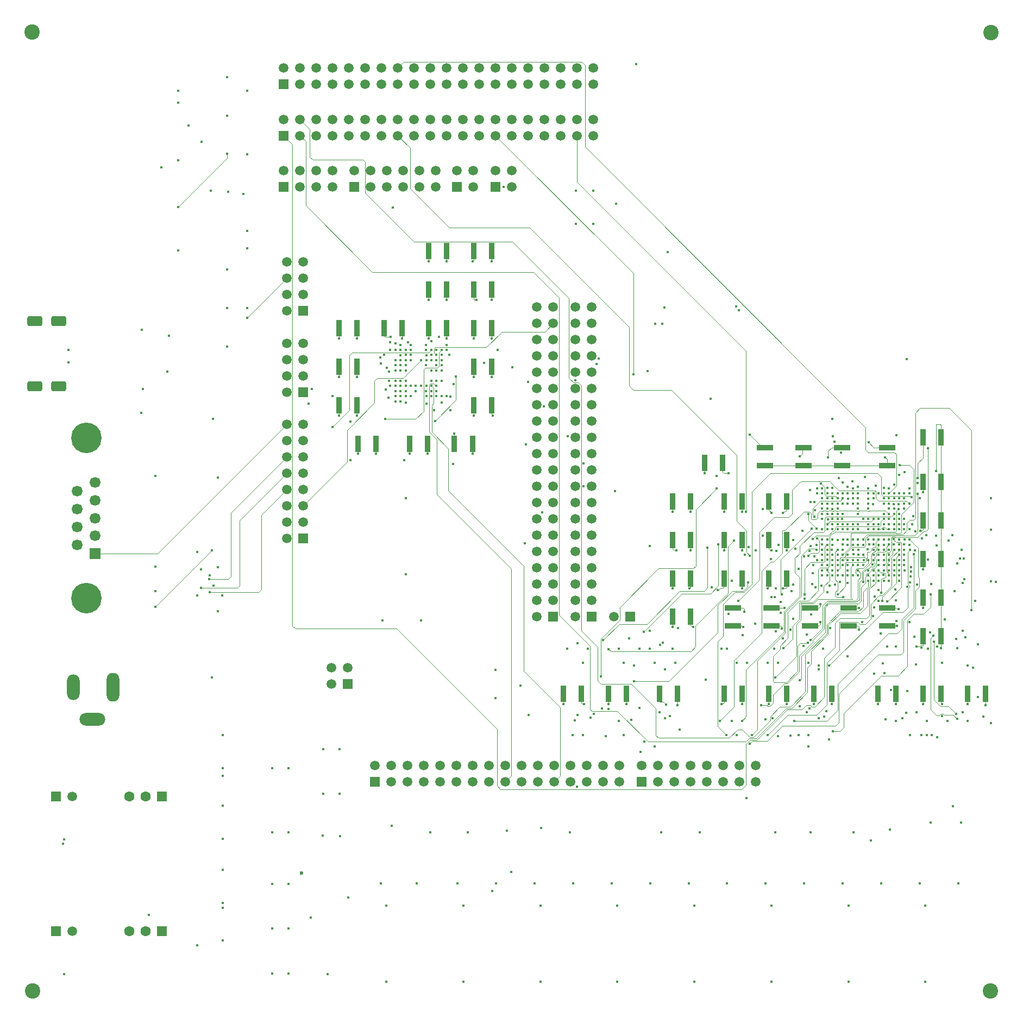
<source format=gbl>
%FSLAX44Y44*%
%MOMM*%
G71*
G01*
G75*
G04 Layer_Physical_Order=8*
G04 Layer_Color=16711680*
%ADD10C,0.3600*%
%ADD11R,1.9000X1.3500*%
%ADD12R,2.0000X1.0000*%
%ADD13R,2.2000X1.2000*%
%ADD14R,1.4000X2.1000*%
%ADD15O,0.5500X1.6000*%
%ADD16R,1.3000X2.2000*%
%ADD17R,1.1000X0.6000*%
%ADD18R,1.1176X0.6096*%
%ADD19R,0.8500X0.7000*%
G04:AMPARAMS|DCode=20|XSize=1.5mm|YSize=1.2mm|CornerRadius=0.12mm|HoleSize=0mm|Usage=FLASHONLY|Rotation=0.000|XOffset=0mm|YOffset=0mm|HoleType=Round|Shape=RoundedRectangle|*
%AMROUNDEDRECTD20*
21,1,1.5000,0.9600,0,0,0.0*
21,1,1.2600,1.2000,0,0,0.0*
1,1,0.2400,0.6300,-0.4800*
1,1,0.2400,-0.6300,-0.4800*
1,1,0.2400,-0.6300,0.4800*
1,1,0.2400,0.6300,0.4800*
%
%ADD20ROUNDEDRECTD20*%
G04:AMPARAMS|DCode=21|XSize=1.5mm|YSize=0.35mm|CornerRadius=0.035mm|HoleSize=0mm|Usage=FLASHONLY|Rotation=0.000|XOffset=0mm|YOffset=0mm|HoleType=Round|Shape=RoundedRectangle|*
%AMROUNDEDRECTD21*
21,1,1.5000,0.2800,0,0,0.0*
21,1,1.4300,0.3500,0,0,0.0*
1,1,0.0700,0.7150,-0.1400*
1,1,0.0700,-0.7150,-0.1400*
1,1,0.0700,-0.7150,0.1400*
1,1,0.0700,0.7150,0.1400*
%
%ADD21ROUNDEDRECTD21*%
%ADD22R,0.7000X1.8000*%
%ADD23R,1.3500X1.9000*%
%ADD24R,0.9500X1.7000*%
%ADD25C,0.3500*%
%ADD26R,0.9500X2.6000*%
%ADD27R,1.2000X2.6000*%
%ADD28R,0.8000X0.8000*%
%ADD29R,1.3500X2.8000*%
%ADD30R,1.8000X1.1500*%
%ADD31O,0.4500X1.8000*%
%ADD32R,1.8000X2.0000*%
G04:AMPARAMS|DCode=33|XSize=1.8mm|YSize=2mm|CornerRadius=0mm|HoleSize=0mm|Usage=FLASHONLY|Rotation=180.000|XOffset=0mm|YOffset=0mm|HoleType=Round|Shape=Octagon|*
%AMOCTAGOND33*
4,1,8,0.4500,-1.0000,-0.4500,-1.0000,-0.9000,-0.5500,-0.9000,0.5500,-0.4500,1.0000,0.4500,1.0000,0.9000,0.5500,0.9000,-0.5500,0.4500,-1.0000,0.0*
%
%ADD33OCTAGOND33*%

%ADD34R,1.0000X1.0000*%
%ADD35R,2.6000X0.9500*%
%ADD36R,1.3000X1.3000*%
%ADD37R,2.5000X1.2600*%
%ADD38R,2.5000X1.0000*%
%ADD39C,0.1000*%
%ADD40C,0.2540*%
%ADD41C,1.5000*%
%ADD42R,1.5000X1.5000*%
%ADD43R,1.5000X1.5000*%
%ADD44C,4.7600*%
%ADD45R,1.6900X1.6900*%
%ADD46C,1.6900*%
G04:AMPARAMS|DCode=47|XSize=2.4mm|YSize=1.6mm|CornerRadius=0.4mm|HoleSize=0mm|Usage=FLASHONLY|Rotation=0.000|XOffset=0mm|YOffset=0mm|HoleType=Round|Shape=RoundedRectangle|*
%AMROUNDEDRECTD47*
21,1,2.4000,0.8000,0,0,0.0*
21,1,1.6000,1.6000,0,0,0.0*
1,1,0.8000,0.8000,-0.4000*
1,1,0.8000,-0.8000,-0.4000*
1,1,0.8000,-0.8000,0.4000*
1,1,0.8000,0.8000,0.4000*
%
%ADD47ROUNDEDRECTD47*%
%ADD48R,1.6000X1.6000*%
%ADD49C,1.6000*%
%ADD50O,2.0000X4.5000*%
%ADD51O,2.0000X4.0000*%
%ADD52O,4.0000X2.0000*%
%ADD53C,1.5000*%
%ADD54C,2.4000*%
%ADD55C,0.4000*%
%ADD56C,0.6000*%
%ADD57C,1.0160*%
%ADD58C,1.4080*%
%ADD59C,3.7680*%
%ADD60C,1.5980*%
%ADD61C,2.0080*%
%ADD62C,1.5080*%
%ADD63C,1.5080*%
%ADD64C,2.5080*%
%ADD65C,0.7080*%
D26*
X1954000Y1560000D02*
D03*
X1926000D02*
D03*
X1954000Y1620000D02*
D03*
X1926000D02*
D03*
X1954000Y1680000D02*
D03*
X1926000D02*
D03*
X1954000Y1740000D02*
D03*
X1926000D02*
D03*
X1954000Y1810000D02*
D03*
X1926000D02*
D03*
X1954000Y1500000D02*
D03*
X1926000D02*
D03*
X1714000Y1590000D02*
D03*
X1686000D02*
D03*
X1714000Y1650000D02*
D03*
X1686000D02*
D03*
X1996000Y1410000D02*
D03*
X2024000D02*
D03*
X1926000D02*
D03*
X1954000D02*
D03*
X1856000D02*
D03*
X1884000D02*
D03*
X1756000D02*
D03*
X1784000D02*
D03*
X1686000D02*
D03*
X1714000D02*
D03*
X1616000D02*
D03*
X1644000D02*
D03*
X1516000D02*
D03*
X1544001D02*
D03*
X1436000D02*
D03*
X1464000D02*
D03*
X1366000D02*
D03*
X1394000D02*
D03*
X1154000Y1800000D02*
D03*
X1126000D02*
D03*
X1074000D02*
D03*
X1046000D02*
D03*
X1224000D02*
D03*
X1196000D02*
D03*
X1254000Y1860000D02*
D03*
X1226000D02*
D03*
X1254000Y1920000D02*
D03*
X1226000D02*
D03*
X1254000Y1980000D02*
D03*
X1226000D02*
D03*
X1254000Y2040000D02*
D03*
X1226000D02*
D03*
X1254000Y2100000D02*
D03*
X1226000D02*
D03*
X1184000D02*
D03*
X1156000D02*
D03*
X1184000Y2040000D02*
D03*
X1156000D02*
D03*
X1184000Y1980000D02*
D03*
X1156000D02*
D03*
X1114000D02*
D03*
X1086000D02*
D03*
X1044000D02*
D03*
X1016000D02*
D03*
X1044000Y1920000D02*
D03*
X1016000D02*
D03*
X1044000Y1860000D02*
D03*
X1016000D02*
D03*
X1714000Y1710000D02*
D03*
X1686000D02*
D03*
X1644000Y1590000D02*
D03*
X1616000D02*
D03*
X1644000Y1650000D02*
D03*
X1616000D02*
D03*
X1644000Y1710000D02*
D03*
X1616000D02*
D03*
X1614000Y1770000D02*
D03*
X1586000D02*
D03*
X1564000Y1710000D02*
D03*
X1536000D02*
D03*
X1564000Y1590000D02*
D03*
X1536000D02*
D03*
X1564000Y1530000D02*
D03*
X1536000D02*
D03*
X1564000Y1650000D02*
D03*
X1536000D02*
D03*
D35*
X1870000Y1766000D02*
D03*
Y1794001D02*
D03*
X1800000Y1766000D02*
D03*
Y1794000D02*
D03*
X1740000Y1766000D02*
D03*
Y1794000D02*
D03*
X1680000Y1766000D02*
D03*
Y1794001D02*
D03*
X1870000Y1544000D02*
D03*
Y1516000D02*
D03*
X1810000Y1544001D02*
D03*
Y1516000D02*
D03*
X1750000Y1544001D02*
D03*
Y1516000D02*
D03*
X1690000Y1544000D02*
D03*
Y1516000D02*
D03*
X1630000Y1544000D02*
D03*
Y1516000D02*
D03*
D39*
X1850570Y1621988D02*
X1853340Y1619218D01*
X1849500Y1616200D02*
X1851340Y1614359D01*
X1844564Y1607986D02*
X1849947D01*
X1844503Y1608047D02*
X1844564Y1607986D01*
X1851340Y1609379D02*
Y1614359D01*
X1844503Y1608047D02*
X1844503D01*
X1853340Y1608551D02*
Y1619218D01*
X1850673Y1605883D02*
X1850673D01*
X1850570Y1605986D02*
X1850673Y1605883D01*
X1845620Y1603936D02*
X1847670Y1605986D01*
X1849947Y1607986D02*
X1851340Y1609379D01*
X1850673Y1605883D02*
X1853340Y1608551D01*
X1847670Y1605986D02*
X1850570D01*
X1842442D02*
X1844503Y1608047D01*
X1839542Y1605986D02*
X1842442D01*
X1845620Y1602164D02*
Y1603936D01*
X1845500Y1614772D02*
Y1627950D01*
X1831458Y1600730D02*
X1845500Y1614772D01*
X1831458Y1587741D02*
Y1600730D01*
X1863658Y1599000D02*
X1863672Y1598986D01*
X1862050Y1599000D02*
X1863658D01*
X1861980Y1598930D02*
X1862050Y1599000D01*
X1872996Y1621546D02*
X1879000Y1627550D01*
Y1632750D01*
X1881000Y1634750D01*
X1877000Y1653424D02*
X1878076Y1654500D01*
X1877000Y1633358D02*
Y1653424D01*
X1873642Y1630000D02*
X1877000Y1633358D01*
X1674750Y1392000D02*
X1683050D01*
X1684550Y1390500D01*
X1687450D01*
X1692250Y1395300D01*
Y1408122D01*
X1710371Y1426242D01*
X1714566D01*
X1733000Y1444676D01*
Y1469250D01*
X1729000Y1518770D02*
X1735500Y1525270D01*
X1729000Y1468650D02*
Y1518770D01*
X1696085Y1435735D02*
X1729000Y1468650D01*
X1731000Y1484366D02*
X1735074Y1488440D01*
X1731000Y1445504D02*
Y1484366D01*
X1713738Y1428242D02*
X1731000Y1445504D01*
X1736750Y1468500D02*
X1774000Y1505750D01*
X1736750Y1433094D02*
Y1468500D01*
X1735328Y1431672D02*
X1736750Y1433094D01*
X1733000Y1469250D02*
X1754576Y1490826D01*
Y1494326D01*
X1774000Y1505750D02*
Y1544956D01*
X1754576Y1494326D02*
X1771858Y1511608D01*
Y1545642D01*
X1774000Y1544956D02*
X1779294Y1550251D01*
X1742948Y1470914D02*
X1776000Y1503966D01*
X1751584Y1476248D02*
X1778250Y1502914D01*
X1776000Y1503966D02*
Y1517817D01*
X1778000Y1516380D02*
X1797304Y1535684D01*
X1778000Y1510800D02*
Y1516380D01*
X1778250Y1502914D02*
Y1510550D01*
X1776000Y1517817D02*
X1795899Y1537716D01*
X1778000Y1510800D02*
X1778250Y1510550D01*
X1751076Y1494028D02*
X1769500Y1512453D01*
Y1523546D01*
X1769500Y1523546D02*
Y1547024D01*
Y1523546D02*
X1769500Y1523546D01*
X1769500Y1547024D02*
X1777492Y1555016D01*
X1771858Y1545642D02*
X1779232Y1553016D01*
X1821500D01*
X1824485Y1556000D01*
X1826000D01*
X1779294Y1550251D02*
X1823621D01*
X1823872Y1550000D02*
X1825082D01*
X1823621Y1550251D02*
X1823872Y1550000D01*
X1825082D02*
X1829562Y1554480D01*
X1836618Y1591868D02*
X1837500Y1592750D01*
X1836618Y1583002D02*
Y1591868D01*
X1407668Y1385824D02*
X1410268Y1383224D01*
X1437450D01*
X1437476Y1383250D02*
X1449612D01*
X1437450Y1383224D02*
X1437476Y1383250D01*
X1449612D02*
X1497584Y1335278D01*
X1758667Y1636044D02*
X1760460Y1634250D01*
X1760250D02*
X1760460D01*
X1708326Y1481250D02*
X1722882Y1495806D01*
X1708326Y1481250D02*
X1709000D01*
X1652580Y1584000D02*
X1653250D01*
X1652524Y1583944D02*
X1652580Y1584000D01*
X1652524Y1576832D02*
Y1583944D01*
X1742000Y1564098D02*
Y1565000D01*
X1741678Y1563776D02*
X1742000Y1564098D01*
X1865686Y1590548D02*
X1867591Y1592453D01*
X1865714Y1598986D02*
X1867591Y1597109D01*
Y1592453D02*
Y1597109D01*
X1863672Y1598986D02*
X1865714D01*
X1860570Y1598930D02*
X1861980D01*
X1776482Y1603000D02*
X1777500D01*
X1775968Y1602486D02*
X1776482Y1603000D01*
X1775968Y1602486D02*
X1780540Y1597914D01*
X1778254Y1606804D02*
X1781000Y1609550D01*
Y1620450D01*
X1815627Y1638808D02*
X1834896D01*
X1813500Y1560128D02*
Y1606998D01*
X1747424Y1625250D02*
X1751584Y1629410D01*
X1747424Y1625250D02*
X1748000D01*
X1912000Y1627500D02*
Y1628252D01*
X1911858Y1628394D02*
X1912000Y1628252D01*
X1914652Y1683258D02*
Y1718376D01*
X1892554Y1689100D02*
X1912250Y1708796D01*
Y1717950D01*
X1914144Y1718884D02*
X1914652Y1718376D01*
X1914144Y1718884D02*
Y1848104D01*
X1912112Y1718088D02*
Y1759712D01*
Y1718088D02*
X1912250Y1717950D01*
X1908750Y1716500D02*
Y1718370D01*
X1908556Y1718564D02*
X1908750Y1718370D01*
X1888000Y1697750D02*
Y1698480D01*
X1887982Y1698498D02*
X1888000Y1698480D01*
X1884680Y1695196D02*
X1887982Y1698498D01*
X1813306Y1658874D02*
X1814932Y1660500D01*
X1833372Y1652524D02*
X1839348Y1658500D01*
X1878076Y1654500D02*
X1881950D01*
X1882972Y1662500D02*
X1884680Y1664208D01*
X1884791Y1660144D02*
X1890522D01*
X1884435Y1660500D02*
X1884791Y1660144D01*
X1883995Y1658112D02*
X1894586D01*
X1883607Y1658500D02*
X1883995Y1658112D01*
X1883198Y1656080D02*
X1912366D01*
X1882778Y1656500D02*
X1883198Y1656080D01*
X1882453Y1653997D02*
X1917649D01*
X1881950Y1654500D02*
X1882453Y1653997D01*
X1880500Y1650884D02*
Y1651000D01*
X1880108Y1650492D02*
X1880500Y1650884D01*
X1857250Y1666750D02*
X1860174D01*
X1863418Y1669994D01*
X1866318D01*
X1869812Y1666500D01*
X1873000D01*
X1821490Y1598260D02*
X1825000Y1594750D01*
X1821490Y1598260D02*
Y1603936D01*
X1840992Y1613543D02*
Y1618488D01*
X1813500Y1606998D02*
X1817116Y1610614D01*
X1813500Y1560128D02*
X1816608Y1557020D01*
X1917649Y1653997D02*
X1927098Y1663446D01*
X1912366Y1656080D02*
X1918208Y1661922D01*
Y1667002D01*
X1894586Y1658112D02*
X1901190Y1664716D01*
Y1675892D01*
X1890522Y1660144D02*
X1892554Y1662176D01*
Y1689100D01*
X1884680Y1664208D02*
Y1695196D01*
X1917700Y1667510D02*
X1918208Y1667002D01*
X1917700Y1667510D02*
Y1721612D01*
X1877500Y1622250D02*
X1888744Y1633494D01*
X1869186Y1633728D02*
Y1638808D01*
X1866392Y1630934D02*
X1869186Y1633728D01*
Y1638808D02*
X1872996Y1642618D01*
X1860550Y1672336D02*
Y1678432D01*
X1858772Y1670558D02*
X1860550Y1672336D01*
X1853438Y1625346D02*
Y1629156D01*
X1868116Y1695250D02*
X1872870Y1690497D01*
X1842699Y1695250D02*
X1868116D01*
X1872996Y1618488D02*
Y1621546D01*
X1888744Y1633494D02*
Y1634744D01*
X1877500Y1613467D02*
Y1622250D01*
X1872996Y1615660D02*
Y1618488D01*
X1869500Y1601051D02*
X1872996Y1597554D01*
Y1594612D02*
Y1597554D01*
X1802508Y1618488D02*
X1806614Y1622594D01*
X1805432Y1613662D02*
X1806448Y1614678D01*
X1840992Y1594508D02*
X1844548Y1590952D01*
X1861312Y1567952D02*
Y1588516D01*
X1852676Y1715008D02*
Y1725168D01*
X1851406Y1726438D02*
X1852676Y1725168D01*
X1767332Y1737614D02*
X1773174Y1731772D01*
Y1721104D02*
Y1731772D01*
Y1721104D02*
X1775714Y1718564D01*
X1842449Y1695000D02*
X1842699Y1695250D01*
X1839550Y1695000D02*
X1842449D01*
X1839300Y1695250D02*
X1839550Y1695000D01*
X1826699Y1695250D02*
X1839300D01*
X1826449Y1695000D02*
X1826699Y1695250D01*
X1823550Y1695000D02*
X1826449D01*
X1823300Y1695250D02*
X1823550Y1695000D01*
X1786562Y1694888D02*
X1786924Y1695250D01*
X1783662Y1694888D02*
X1786562D01*
X1783300Y1695250D02*
X1783662Y1694888D01*
X1778703Y1695250D02*
X1783300D01*
X1778452Y1694998D02*
X1778703Y1695250D01*
X1775552Y1694998D02*
X1778452D01*
X1775300Y1695250D02*
X1775552Y1694998D01*
X1770699Y1695250D02*
X1775300D01*
X1770450Y1695000D02*
X1770699Y1695250D01*
X1767550Y1695000D02*
X1770450D01*
X1767300Y1695250D02*
X1767550Y1695000D01*
X1766624Y1695250D02*
X1767300D01*
X1762252Y1690878D02*
X1766624Y1695250D01*
X1762252Y1684254D02*
Y1690878D01*
X1759712Y1681714D02*
X1762252Y1684254D01*
X1752074Y1682570D02*
Y1691404D01*
X1772666Y1683004D02*
X1775968Y1686306D01*
X1876806D02*
X1881124Y1690624D01*
X1834896Y1638808D02*
X1836928Y1640840D01*
X1888750Y1634500D02*
Y1634750D01*
Y1634500D02*
X1888750D01*
X1889000Y1634750D01*
X1888750D02*
X1889000D01*
X1888744Y1634744D02*
X1888750Y1634750D01*
X1884934Y1582420D02*
Y1622552D01*
X1863161Y1560647D02*
X1884934Y1582420D01*
X1876750Y1612717D02*
X1877500Y1613467D01*
Y1578034D02*
Y1589845D01*
X1876750Y1590595D02*
X1877500Y1589845D01*
X1876750Y1590595D02*
Y1612717D01*
X1862892Y1563426D02*
X1877500Y1578034D01*
X1776268Y1642500D02*
X1777000D01*
X1776150Y1642618D02*
X1776268Y1642500D01*
X1954022Y1508252D02*
Y1560068D01*
X1954000Y1508252D02*
X1954022D01*
X1954000Y1482250D02*
Y1500000D01*
X1938250Y1496250D02*
X1942750Y1500750D01*
X1946250Y1757750D02*
Y1830250D01*
X1954000Y1810000D02*
Y1829000D01*
X1946250Y1830250D02*
X1952750D01*
X1954000Y1829000D01*
X1867250Y1778500D02*
X1870000Y1775750D01*
Y1766000D02*
Y1775750D01*
X1933750Y1792500D02*
Y1793446D01*
X1933702Y1793494D02*
X1933750Y1793446D01*
X1870000Y1553516D02*
Y1554000D01*
X1615440Y1753999D02*
X1623000D01*
X1623250Y1753750D01*
X1688338Y1753616D02*
X1854962D01*
X1777492Y1674622D02*
X1781048Y1678178D01*
X1776500Y1674250D02*
Y1674500D01*
X1776750Y1674750D01*
X1777364D01*
X1777492Y1674622D01*
X1833000Y1650500D02*
X1833364D01*
X1833372Y1650492D01*
X1804046Y1623000D02*
X1805051Y1624005D01*
X1798514Y1623000D02*
X1804046D01*
X1797050Y1621536D02*
X1798514Y1623000D01*
X1801000Y1626500D02*
Y1627010D01*
X1868932Y1628866D02*
X1870066Y1630000D01*
X1765808Y1606804D02*
X1778254D01*
X1996000Y1394000D02*
Y1410000D01*
X1254000Y2083999D02*
Y2100000D01*
X1926000Y1394000D02*
Y1410000D01*
X1184000Y2083999D02*
Y2100000D01*
X1254000Y2023999D02*
Y2040000D01*
X1714000Y1634000D02*
Y1650000D01*
X1644000Y1694000D02*
Y1710000D01*
X1856000Y1394000D02*
Y1410000D01*
X1184000Y2023999D02*
Y2040000D01*
X1254000Y1964000D02*
Y1980000D01*
X1644000Y1634000D02*
Y1650000D01*
X1564000Y1694000D02*
Y1710000D01*
X1184000Y1964000D02*
Y1980000D01*
X1644000Y1573999D02*
Y1590000D01*
X1254000Y1904000D02*
Y1920000D01*
X1756000Y1394000D02*
Y1410000D01*
X1564000Y1634000D02*
Y1650000D01*
X1114000Y1964000D02*
Y1980000D01*
X1044000Y1964000D02*
Y1980000D01*
X1686000Y1394000D02*
Y1410000D01*
X1044000Y1904000D02*
Y1920000D01*
X1224000Y1783999D02*
Y1800000D01*
X1154000Y1783999D02*
Y1800000D01*
X1044000Y1843999D02*
Y1860000D01*
X1074000Y1783999D02*
Y1800000D01*
X1436000Y1394000D02*
Y1410000D01*
X1366000Y1394000D02*
Y1410000D01*
X1926000Y1724000D02*
Y1740000D01*
Y1603999D02*
Y1620000D01*
X1926000Y1543999D02*
Y1560000D01*
X1884000Y1394000D02*
Y1410000D01*
X1784000Y1394000D02*
Y1410000D01*
X1714000Y1394000D02*
Y1410000D01*
X1616000Y1694000D02*
Y1710000D01*
X1586000Y1753999D02*
Y1770000D01*
X1644000Y1394000D02*
Y1410000D01*
X1616000Y1634000D02*
Y1650000D01*
X1536000Y1694000D02*
Y1710000D01*
Y1573999D02*
Y1590000D01*
Y1513999D02*
Y1530000D01*
X1156000Y2083999D02*
Y2100000D01*
X1464000Y1394000D02*
Y1410000D01*
X1226000Y1964000D02*
Y1980000D01*
X1156000Y2023999D02*
Y2040000D01*
X1226000Y1904000D02*
Y1920000D01*
X1156000Y1964000D02*
Y1980000D01*
X1226000Y1843999D02*
Y1860000D01*
X1196000Y1800000D02*
Y1816000D01*
X1016000Y1964000D02*
Y1980000D01*
Y1904000D02*
Y1920000D01*
X1126000Y1783999D02*
Y1800000D01*
X1016000Y1843999D02*
Y1860000D01*
X1046000Y1783999D02*
Y1800000D01*
X1954000Y1740000D02*
Y1810000D01*
Y1680000D02*
Y1740000D01*
Y1620000D02*
Y1680000D01*
X1800000Y1766000D02*
X1870000D01*
X1740000D02*
X1800000D01*
X1954000Y1500000D02*
Y1508252D01*
X1680000Y1766000D02*
X1740000D01*
X1810000Y1544001D02*
X1825941D01*
X1826006Y1544066D01*
X1783840Y1794000D02*
X1800000D01*
X1778000Y1788160D02*
X1783840Y1794000D01*
X1778000Y1778000D02*
Y1788160D01*
X1676400Y1794001D02*
X1680000D01*
X1656586Y1813814D02*
X1676400Y1794001D01*
X1656334Y1813814D02*
X1656586D01*
X1086000Y1966976D02*
Y1980000D01*
Y1966976D02*
X1086944Y1966032D01*
X1096160D01*
X729750Y1545844D02*
X817757Y1633851D01*
X1616000Y1396592D02*
Y1410000D01*
X1613408Y1394000D02*
X1616000Y1396592D01*
X1611936Y1394000D02*
X1613408D01*
X1254000Y1846031D02*
Y1860000D01*
Y1846031D02*
X1256032Y1843999D01*
X1686000Y1576031D02*
Y1590000D01*
X1683968Y1573999D02*
X1686000Y1576031D01*
X2024000Y1391968D02*
Y1410000D01*
X1544001Y1391968D02*
Y1410000D01*
X1536000Y1636224D02*
Y1650000D01*
Y1636224D02*
X1538224Y1634000D01*
X1542096D01*
X1738376Y1794000D02*
X1740000D01*
X1734312Y1780032D02*
X1738376Y1784096D01*
X1564000Y1516672D02*
Y1530000D01*
Y1516672D02*
X1566672Y1513999D01*
X1568064D01*
X1516000Y1397000D02*
Y1410000D01*
X1521968Y1397000D02*
X1526032Y1392936D01*
X1171956Y1941830D02*
X1176020Y1945894D01*
X1171956Y1920240D02*
Y1941830D01*
X1169670Y1917954D02*
X1171956Y1920240D01*
X1150366Y1917954D02*
X1169670D01*
X1148080Y1915668D02*
X1150366Y1917954D01*
X1148080Y1850644D02*
Y1915668D01*
X1135888Y1838452D02*
X1148080Y1850644D01*
X1088032Y1838452D02*
X1135888D01*
X1394000Y1395983D02*
Y1410000D01*
Y1395983D02*
X1395984Y1394000D01*
X1398064D01*
X1614000Y1755440D02*
Y1770000D01*
Y1755440D02*
X1615440Y1753999D01*
X1686000Y1696592D02*
Y1710000D01*
Y1696592D02*
X1690064Y1692528D01*
Y1691968D02*
Y1692528D01*
X1006000Y1825658D02*
X1032002Y1851660D01*
Y1937258D01*
X1036320Y1941576D01*
X1155700D01*
X1160018Y1945894D01*
X1926000Y1666032D02*
Y1680000D01*
X1923968Y1664000D02*
X1926000Y1666032D01*
X1921936Y1664000D02*
X1923968D01*
X1564000Y1576031D02*
Y1590000D01*
X1561968Y1573999D02*
X1564000Y1576031D01*
X1714000D02*
Y1590000D01*
X1711968Y1573999D02*
X1714000Y1576031D01*
X1707904Y1573999D02*
X1711968D01*
X1226000Y2086031D02*
Y2100000D01*
X1223968Y2083999D02*
X1226000Y2086031D01*
X1954000Y1396032D02*
Y1410000D01*
Y1396032D02*
X1956032Y1394000D01*
X1630000Y1516000D02*
X1643968D01*
X1646000Y1513968D01*
X1750000Y1516000D02*
X1763776D01*
X1766001Y1518224D01*
Y1522096D01*
X1926000Y1777687D02*
Y1810000D01*
X1918208Y1769894D02*
X1926000Y1777687D01*
X1918208Y1745932D02*
Y1769894D01*
X1226000Y2025327D02*
Y2040000D01*
Y2025327D02*
X1227328Y2023999D01*
X1230064D01*
X1714000Y1696720D02*
Y1710000D01*
X1711280Y1694000D02*
X1714000Y1696720D01*
X1709936Y1694000D02*
X1711280D01*
X1707904Y1691968D02*
X1709936Y1694000D01*
X1260200Y2280000D02*
X1474978Y2065222D01*
Y1908048D02*
Y2065222D01*
X1690000Y1544000D02*
X1706052D01*
X1706118Y1544066D01*
X1710182D01*
X1630000Y1544000D02*
X1645920D01*
X1647952Y1541968D01*
Y1537970D02*
Y1541968D01*
X1686000Y1636592D02*
Y1650000D01*
Y1636592D02*
X1688592Y1634000D01*
X1690064D01*
X1870000Y1544000D02*
X1883664D01*
X1885630Y1542034D01*
X1887982D01*
X1690000Y1516000D02*
X1703969D01*
X1706001Y1513968D01*
Y1511936D02*
Y1513968D01*
X1750000Y1544001D02*
X1763776D01*
X1766062Y1546286D01*
Y1550162D01*
X1870000Y1516000D02*
X1886000D01*
X1735500Y1525270D02*
Y1550251D01*
X1755648D01*
X1762417Y1557020D01*
X1816608D01*
X1775714Y1718564D02*
X1788936D01*
X1793000Y1714500D01*
X1926000Y1485590D02*
Y1500000D01*
X1922140Y1485590D02*
X1926000D01*
X1920550Y1484000D02*
X1922140Y1485590D01*
X1915840Y1484000D02*
X1920550D01*
X1805051Y1624005D02*
Y1628233D01*
X1797050Y1605788D02*
Y1621536D01*
X1793748Y1602486D02*
X1797050Y1605788D01*
X1107800Y2280000D02*
X1126744Y2261056D01*
Y2197862D02*
Y2261056D01*
Y2197862D02*
X1187704Y2136902D01*
X1313688D01*
X1468628Y1981962D01*
Y1889760D02*
Y1981962D01*
Y1889760D02*
X1475232Y1883156D01*
X1533906D01*
X1635506Y1781556D01*
Y1679194D02*
Y1781556D01*
Y1679194D02*
X1651000Y1663700D01*
Y1630680D02*
Y1663700D01*
Y1630680D02*
X1656334Y1625346D01*
X1616000Y1576591D02*
Y1590000D01*
X1613408Y1573999D02*
X1616000Y1576591D01*
X1609904Y1573999D02*
X1613408D01*
X1607872Y1571967D02*
X1609904Y1573999D01*
X1605840Y1571967D02*
X1607872D01*
X1747661Y1636044D02*
X1758667D01*
X1736908Y1625290D02*
X1747661Y1636044D01*
X1736908Y1562664D02*
Y1625290D01*
X1711501Y1537257D02*
X1736908Y1562664D01*
X1711501Y1504999D02*
Y1537257D01*
X1668018Y1461516D02*
X1711501Y1504999D01*
X1668018Y1354074D02*
Y1461516D01*
X1659890Y1345946D02*
X1668018Y1354074D01*
X1747774Y1679956D02*
X1760220Y1667510D01*
X1747774Y1679956D02*
Y1690370D01*
X1810000Y1516000D02*
X1823968D01*
X1826000Y1513968D01*
Y1509904D02*
Y1513968D01*
X1763268Y1604264D02*
X1765808Y1606804D01*
X1763268Y1570990D02*
Y1604264D01*
X1747266Y1554988D02*
X1763268Y1570990D01*
X1733381Y1554988D02*
X1747266D01*
X1715770Y1537377D02*
X1733381Y1554988D01*
X1715770Y1497120D02*
Y1537377D01*
X1703429Y1484779D02*
X1715770Y1497120D01*
X1703429Y1479909D02*
Y1484779D01*
X1692402Y1468882D02*
X1703429Y1479909D01*
X1692402Y1430528D02*
Y1468882D01*
Y1430528D02*
X1694688Y1428242D01*
X1713738D01*
X872800Y1996000D02*
X934600Y2057800D01*
X1789430Y1630934D02*
X1792986Y1634490D01*
X1789430Y1587754D02*
Y1630934D01*
Y1587754D02*
X1792986Y1584198D01*
Y1572006D02*
Y1584198D01*
X1789430Y1568450D02*
X1792986Y1572006D01*
X1789430Y1562608D02*
Y1568450D01*
Y1562608D02*
X1791462Y1560576D01*
X1802130D01*
X1905000Y1650492D02*
X1918716Y1636776D01*
Y1592834D02*
Y1636776D01*
Y1592834D02*
X1920748Y1590802D01*
Y1576832D02*
Y1590802D01*
X1914652Y1570736D02*
X1920748Y1576832D01*
X1914652Y1543304D02*
Y1570736D01*
X1895602Y1524254D02*
X1914652Y1543304D01*
X1895602Y1475232D02*
Y1524254D01*
X1891538Y1471168D02*
X1895602Y1475232D01*
X1855978Y1471168D02*
X1891538D01*
X1795272Y1410462D02*
X1855978Y1471168D01*
X1795272Y1365504D02*
Y1410462D01*
X1789938Y1360170D02*
X1795272Y1365504D01*
X1706880Y1360170D02*
X1789938D01*
X1683004Y1336294D02*
X1706880Y1360170D01*
X1660398Y1336294D02*
X1683004D01*
X1656334Y1332230D02*
X1660398Y1336294D01*
X1911858Y1544517D02*
Y1628394D01*
X1893316Y1525975D02*
X1911858Y1544517D01*
X1893316Y1511554D02*
Y1525975D01*
X1885696Y1503934D02*
X1893316Y1511554D01*
X1871726Y1503934D02*
X1885696D01*
X1793240Y1425448D02*
X1871726Y1503934D01*
X1793240Y1384730D02*
Y1425448D01*
X1776554Y1368044D02*
X1793240Y1384730D01*
X1725524Y1368044D02*
X1776554D01*
X1607312Y1578408D02*
Y1642872D01*
X1595068Y1566164D02*
X1607312Y1578408D01*
X1550416Y1566164D02*
X1595068D01*
X1491234Y1506982D02*
X1550416Y1566164D01*
X1824990Y1537716D02*
X1833239Y1545965D01*
X1795899Y1537716D02*
X1824990D01*
X1742948Y1413256D02*
Y1470914D01*
X1719516Y1389824D02*
X1742948Y1413256D01*
X1703006Y1389824D02*
X1719516D01*
X1688062Y1374880D02*
X1703006Y1389824D01*
X1688062Y1368276D02*
Y1374880D01*
X1662232Y1342446D02*
X1688062Y1368276D01*
X1656334Y1342446D02*
X1662232D01*
X1644198Y1354582D02*
X1656334Y1342446D01*
X1637284Y1354582D02*
X1644198D01*
X1623822Y1341120D02*
X1637284Y1354582D01*
X1513840Y1341120D02*
X1623822D01*
X1509776Y1345184D02*
X1513840Y1341120D01*
X1509776Y1345184D02*
Y1387094D01*
X1471930Y1424940D02*
X1509776Y1387094D01*
X1424432Y1424940D02*
X1471930D01*
X1418844Y1430528D02*
X1424432Y1424940D01*
X1418844Y1430528D02*
Y1482852D01*
X1393698Y1507998D02*
X1418844Y1482852D01*
X1393698Y1507998D02*
Y1889760D01*
X1388618Y1894840D02*
X1393698Y1889760D01*
X1381506Y1894840D02*
X1388618D01*
X1374394Y1901952D02*
X1381506Y1894840D01*
X1374394Y1901952D02*
Y2026412D01*
X1286002Y2114804D02*
X1374394Y2026412D01*
X1132586Y2114804D02*
X1286002D01*
X1056386Y2191004D02*
X1132586Y2114804D01*
X1056386Y2191004D02*
Y2239010D01*
X1053338Y2242058D02*
X1056386Y2239010D01*
X975360Y2242058D02*
X1053338D01*
X970788Y2246630D02*
X975360Y2242058D01*
X970788Y2246630D02*
Y2290012D01*
X955400Y2305400D02*
X970788Y2290012D01*
X1166000Y1835404D02*
X1198372Y1867776D01*
Y1904411D01*
X1902714Y1631442D02*
X1905762Y1634490D01*
X1609968Y1368000D02*
X1631696Y1389728D01*
Y1461516D01*
X1675130Y1504950D01*
Y1601858D01*
X1688809Y1615537D01*
X1693240D01*
X1706880Y1629177D01*
Y1663700D01*
X1707896Y1664716D01*
X1711454D01*
X1740663Y1693926D01*
X1749552D01*
X1752074Y1691404D01*
Y1682570D02*
X1752930Y1681714D01*
X1759712D01*
X1828292Y1535684D02*
X1840230Y1547622D01*
X1797304Y1535684D02*
X1828292D01*
X1751584Y1456436D02*
Y1476248D01*
X1746250Y1451102D02*
X1751584Y1456436D01*
X1746250Y1412240D02*
Y1451102D01*
X1721612Y1387602D02*
X1746250Y1412240D01*
X1713230Y1387602D02*
X1721612D01*
X1666042Y1340414D02*
X1713230Y1387602D01*
X1655120Y1340414D02*
X1666042D01*
X1649984Y1335278D02*
X1655120Y1340414D01*
X1497584Y1335278D02*
X1649984D01*
X1407668Y1385824D02*
Y1484630D01*
X1359154Y1533144D02*
X1407668Y1484630D01*
X1359154Y1533144D02*
Y2027428D01*
X1319276Y2067306D02*
X1359154Y2027428D01*
X1068070Y2067306D02*
X1319276D01*
X964438Y2170938D02*
X1068070Y2067306D01*
X964438Y2170938D02*
Y2270962D01*
X955400Y2280000D02*
X964438Y2270962D01*
X1684020Y1345946D02*
X1715516Y1377442D01*
X1760474D01*
X1776476Y1393444D01*
Y1458468D01*
X1795500Y1477492D01*
Y1522250D01*
X1824736D01*
X1828320Y1518666D01*
X1836928D01*
X1760982Y1652016D02*
X1764538Y1648460D01*
Y1631696D02*
Y1648460D01*
X1762252Y1629410D02*
X1764538Y1631696D01*
X1751584Y1629410D02*
X1762252D01*
X1772666Y1639134D02*
X1776150Y1642618D01*
X1772666Y1616456D02*
Y1639134D01*
X1770888Y1614678D02*
X1772666Y1616456D01*
X1751330Y1614678D02*
X1770888D01*
X1741678Y1605026D02*
X1751330Y1614678D01*
X1741678Y1563776D02*
Y1605026D01*
X1704404Y1567370D02*
X1706372Y1565402D01*
X1704404Y1567370D02*
Y1619448D01*
X1752707Y1667751D01*
X2001520Y1540764D02*
Y1820418D01*
X1966722Y1855216D02*
X2001520Y1820418D01*
X1921256Y1855216D02*
X1966722D01*
X1914144Y1848104D02*
X1921256Y1855216D01*
X1912112Y1680718D02*
X1914652Y1683258D01*
X1906016Y1680718D02*
X1912112D01*
X1901190Y1675892D02*
X1906016Y1680718D01*
X1833372Y1650492D02*
Y1652524D01*
X1797558Y1710944D02*
X1801114Y1714500D01*
X1766062Y1710944D02*
X1797558D01*
X1754074Y1698956D02*
X1766062Y1710944D01*
X1754074Y1688388D02*
Y1698956D01*
Y1688388D02*
X1756664Y1685798D01*
X1861312Y1588516D02*
X1863344Y1590548D01*
X1865686D01*
X1801114Y1618488D02*
X1802508D01*
X1872874Y1722374D02*
X1884564Y1734065D01*
Y1783450D01*
X1881632Y1786382D02*
X1884564Y1783450D01*
X1840992Y1786382D02*
X1881632D01*
X1836928Y1790446D02*
X1840992Y1786382D01*
X1394968Y2394458D02*
X1399794Y2389632D01*
X1116858Y2394458D02*
X1394968D01*
X1107800Y2385400D02*
X1116858Y2394458D01*
X1933702Y1666748D02*
Y1793494D01*
X1930400Y1663446D02*
X1933702Y1666748D01*
X1927098Y1663446D02*
X1930400D01*
X1796617Y1527524D02*
X1837989D01*
X1789029Y1519936D02*
X1796617Y1527524D01*
X1789029Y1482834D02*
Y1519936D01*
X1772412Y1466217D02*
X1789029Y1482834D01*
X1772412Y1404620D02*
Y1466217D01*
X1757680Y1389888D02*
X1772412Y1404620D01*
X1753108Y1389888D02*
X1757680D01*
X1751076Y1391920D02*
X1753108Y1389888D01*
X1743964Y1391920D02*
X1751076D01*
X1737614Y1385570D02*
X1743964Y1391920D01*
X1714500Y1385570D02*
X1737614D01*
X1667256Y1338326D02*
X1714500Y1385570D01*
X1657128Y1338326D02*
X1667256D01*
X1650492Y1331690D02*
X1657128Y1338326D01*
X1650492Y1267968D02*
Y1331690D01*
X1643634Y1261110D02*
X1650492Y1267968D01*
X1267968Y1261110D02*
X1643634D01*
X1262380Y1266698D02*
X1267968Y1261110D01*
X1262380Y1266698D02*
Y1355090D01*
X1106170Y1511300D02*
X1262380Y1355090D01*
X948182Y1511300D02*
X1106170D01*
X943610Y1515872D02*
X948182Y1511300D01*
X943610Y1515872D02*
Y2266390D01*
X930000Y2280000D02*
X943610Y2266390D01*
X1824990Y1602486D02*
X1828490Y1598986D01*
Y1591056D02*
Y1598986D01*
X1824990Y1587556D02*
X1828490Y1591056D01*
X1824990Y1559334D02*
Y1587556D01*
X1820672Y1555016D02*
X1824990Y1559334D01*
X1777492Y1555016D02*
X1820672D01*
X1889760Y1766570D02*
X1905254D01*
X1912112Y1759712D01*
X1771396Y1577340D02*
X1780540Y1586484D01*
X1771396Y1569212D02*
Y1577340D01*
X1754632Y1552448D02*
X1771396Y1569212D01*
X1734312Y1552448D02*
X1754632D01*
X1733296Y1551432D02*
X1734312Y1552448D01*
X1733296Y1526032D02*
Y1551432D01*
X1722882Y1515618D02*
X1733296Y1526032D01*
X1722882Y1495806D02*
Y1515618D01*
X1387200Y2207514D02*
Y2280000D01*
Y2207514D02*
X1650492Y1944222D01*
Y1693926D02*
Y1944222D01*
X1855216Y1630934D02*
X1866392D01*
X1853438Y1629156D02*
X1855216Y1630934D01*
X1755877Y1661978D02*
X1770436D01*
X1734146Y1640247D02*
X1755877Y1661978D01*
X1734146Y1628814D02*
Y1640247D01*
X1726780Y1621448D02*
X1734146Y1628814D01*
X1726780Y1599018D02*
Y1621448D01*
Y1599018D02*
X1734146Y1591652D01*
Y1562752D02*
Y1591652D01*
X1709501Y1538107D02*
X1734146Y1562752D01*
X1709501Y1506691D02*
Y1538107D01*
X1650492Y1447682D02*
X1709501Y1506691D01*
X1650492Y1374492D02*
Y1447682D01*
X1644000Y1368000D02*
X1650492Y1374492D01*
X1606468Y1359532D02*
X1620000Y1346000D01*
X1606468Y1359532D02*
Y1491152D01*
X1614932Y1499616D01*
Y1549654D01*
X1633728Y1568450D01*
X1646971D01*
X1659890Y1581369D01*
Y1725168D01*
X1688338Y1753616D01*
X1854962D02*
X1861058Y1747520D01*
Y1720850D02*
Y1747520D01*
Y1720850D02*
X1863344Y1718564D01*
X1908556D01*
X1901190Y1710436D02*
X1905000Y1706626D01*
X1857248Y1710436D02*
X1901190D01*
X1852676Y1715008D02*
X1857248Y1710436D01*
X1795018Y1726438D02*
X1851406D01*
X1780286Y1741170D02*
X1795018Y1726438D01*
X1735836Y1741170D02*
X1780286D01*
X1721866Y1727200D02*
X1735836Y1741170D01*
X1721866Y1690624D02*
Y1727200D01*
X1716786Y1685544D02*
X1721866Y1690624D01*
X1694688Y1685544D02*
X1716786D01*
X1671574Y1662430D02*
X1694688Y1685544D01*
X1671574Y1588008D02*
Y1662430D01*
X1638046Y1554480D02*
X1671574Y1588008D01*
X1860550Y1678432D02*
X1864614Y1682496D01*
X1865122D01*
X1937766Y1545590D02*
Y1565402D01*
X1927098Y1534922D02*
X1937766Y1545590D01*
X1912112Y1534922D02*
X1927098D01*
X1901952Y1524762D02*
X1912112Y1534922D01*
X1901952Y1452880D02*
Y1524762D01*
X1887276Y1438204D02*
X1901952Y1452880D01*
X1861114Y1438204D02*
X1887276D01*
X1802638Y1379728D02*
X1861114Y1438204D01*
X1802638Y1357376D02*
Y1379728D01*
X1797050Y1351788D02*
X1802638Y1357376D01*
X1785620Y1351788D02*
X1797050D01*
X1849630Y1794001D02*
X1870000D01*
X1841754Y1801876D02*
X1849630Y1794001D01*
X1841754Y1801876D02*
Y1802638D01*
X1164336Y1941576D02*
X1167892Y1938020D01*
X1164336Y1941576D02*
Y1947926D01*
X1166368Y1949958D01*
X1245616D01*
X1270000Y1974342D01*
X1337142D01*
X1350000Y1987200D01*
X1275200Y1273000D02*
X1284224Y1282024D01*
Y1604772D01*
X1168400Y1720596D02*
X1284224Y1604772D01*
X1168400Y1720596D02*
Y1806448D01*
X1156462Y1818386D02*
X1168400Y1806448D01*
X1156462Y1818386D02*
Y1891792D01*
X1158240Y1893570D01*
X1163574D01*
X1166288Y1890851D01*
X1167892Y1890014D01*
X1351400Y1273000D02*
X1360424Y1282024D01*
Y1389126D01*
X1304036Y1445514D02*
X1360424Y1389126D01*
X1304036Y1445514D02*
Y1609090D01*
X1186688Y1726438D02*
X1304036Y1609090D01*
X1186688Y1726438D02*
Y1792224D01*
X1160526Y1818386D02*
X1186688Y1792224D01*
X1160526Y1818386D02*
Y1860042D01*
X1163574Y1863090D01*
Y1886427D01*
X1160018Y1889982D02*
X1163574Y1886427D01*
X1424432Y1437386D02*
Y1495806D01*
X1453642Y1525016D01*
Y1544574D01*
X1514348Y1605280D01*
X1568196D01*
X1572260Y1609344D01*
Y1697482D01*
X1604772Y1729994D01*
X1805432Y1577848D02*
Y1613662D01*
X1792986Y1565402D02*
X1805432Y1577848D01*
X1646174Y1570482D02*
X1652524Y1576832D01*
X1628936Y1570482D02*
X1646174D01*
X1606485Y1548030D02*
X1628936Y1570482D01*
X1606485Y1506155D02*
Y1548030D01*
X1530096Y1429766D02*
X1606485Y1506155D01*
X1475994Y1429766D02*
X1530096D01*
X1884426Y1646174D02*
X1891284D01*
X1880108Y1650492D02*
X1884426Y1646174D01*
X1436232Y1479942D02*
X1439926Y1476248D01*
X1564640D01*
X1571752Y1483360D01*
Y1516126D01*
X1622298Y1566672D01*
Y1639316D01*
X1631950Y1648968D01*
X1589786Y1574800D02*
Y1638046D01*
X1584960Y1569974D02*
X1589786Y1574800D01*
X1547368Y1569974D02*
X1584960D01*
X1495806Y1518412D02*
X1547368Y1569974D01*
X1452892Y1518412D02*
X1495806D01*
X1428000Y1493520D02*
X1452892Y1518412D01*
X1884934Y1622552D02*
X1888941Y1626559D01*
X1863161Y1554551D02*
Y1560647D01*
X841800Y2244634D02*
Y2251456D01*
X765556Y2168390D02*
X841800Y2244634D01*
X733400Y1628600D02*
X934600Y1829800D01*
X636200Y1628600D02*
X733400D01*
X895096Y1688696D02*
X934600Y1728200D01*
X895096Y1572768D02*
Y1688696D01*
X890778Y1568450D02*
X895096Y1572768D01*
X814250Y1568450D02*
X890778D01*
X801250Y1574800D02*
X857504D01*
X861568Y1578864D01*
Y1680568D01*
X934600Y1753600D01*
X847598Y1691998D02*
X934600Y1779000D01*
X847598Y1593088D02*
Y1691998D01*
X843534Y1589024D02*
X847598Y1593088D01*
X813846Y1589024D02*
X843534D01*
X1115984Y1901952D02*
X1144016Y1929984D01*
X1075436Y1901952D02*
X1115984D01*
X1071372Y1897888D02*
X1075436Y1901952D01*
X1071372Y1863598D02*
Y1897888D01*
X1028446Y1820672D02*
X1071372Y1863598D01*
X1028446Y1771246D02*
Y1820672D01*
X960000Y1702800D02*
X1028446Y1771246D01*
X1954000Y1560000D02*
Y1560068D01*
Y1620000D01*
Y1560068D02*
X1954022D01*
X1516000Y1397000D02*
X1521968D01*
X1735074Y1488440D02*
X1746504D01*
X1738376Y1784096D02*
Y1794000D01*
X1399794Y2262456D02*
Y2389632D01*
Y2262456D02*
X1836928Y1825322D01*
Y1790446D02*
Y1825322D01*
X1943000Y1401129D02*
X1953629Y1390500D01*
X1943000Y1401129D02*
Y1491000D01*
Y1491750D01*
X1938250Y1385500D02*
Y1496250D01*
Y1385500D02*
X1947672Y1376078D01*
X1759712Y1656842D02*
X1778764D01*
X1789430Y1665981D02*
Y1668272D01*
X1780540Y1586484D02*
Y1597914D01*
X1754500Y1651750D02*
X1754620D01*
X1759712Y1656842D01*
X1770436Y1661978D02*
X1772666Y1664208D01*
Y1683004D01*
X1947672Y1376078D02*
X1951972D01*
X1954550Y1378656D01*
X1957450D01*
X1959106Y1377000D01*
X1953629Y1390500D02*
X1966000D01*
X1977500Y1379000D01*
X1959106Y1377000D02*
X1973500D01*
X1979000Y1371500D01*
X1863566Y1537462D02*
X1895348D01*
X1780000Y1453896D02*
X1863566Y1537462D01*
X1836928Y1518666D02*
X1844802Y1526540D01*
X1837989Y1527524D02*
X1842593Y1532128D01*
Y1573099D01*
X1844802Y1526540D02*
Y1529748D01*
X1844750Y1529800D02*
X1844802Y1529748D01*
X1844750Y1529800D02*
Y1532700D01*
X1844802Y1532752D01*
Y1550162D01*
X1780486Y1635950D02*
X1780540Y1636004D01*
Y1655790D01*
X1780486Y1620964D02*
Y1635950D01*
Y1620964D02*
X1781000Y1620450D01*
X1786924Y1695250D02*
X1791300D01*
X1791550Y1695000D01*
X1794449D01*
X1794699Y1695250D01*
X1780540Y1655790D02*
X1785750Y1661000D01*
X1787278D01*
X1788778Y1662500D01*
X1778764Y1656842D02*
X1784922Y1663000D01*
X1786449D01*
X1789430Y1665981D01*
X1794699Y1695250D02*
X1823300D01*
X1789430Y1668272D02*
X1791716Y1670558D01*
X1836928Y1640840D02*
Y1652016D01*
X1841412Y1656500D01*
X1775968Y1686306D02*
X1876806D01*
X1781048Y1678178D02*
X1844802D01*
X1849120Y1682496D01*
X1791716Y1670558D02*
X1858772D01*
X1839348Y1658500D02*
X1883607D01*
X1841412Y1656500D02*
X1882778D01*
X1813306Y1639316D02*
Y1658874D01*
X1805051Y1628233D02*
X1815627Y1638808D01*
X1801000Y1627010D02*
X1813306Y1639316D01*
X1788778Y1662500D02*
X1882972D01*
X1814932Y1660500D02*
X1884435D01*
X1840992Y1618488D02*
X1841083Y1618579D01*
X1841090D01*
X1891284Y1646174D02*
X1892554Y1644904D01*
X1870000Y1553516D02*
X1892554Y1576070D01*
Y1644904D01*
X1870066Y1630000D02*
X1873642D01*
X1865122Y1610614D02*
X1868932Y1614424D01*
Y1628866D01*
X1869500Y1601051D02*
Y1612163D01*
X1872996Y1615660D01*
X1844802Y1550162D02*
X1858066Y1563426D01*
X1862892D01*
X1842593Y1573099D02*
X1852676Y1583182D01*
Y1598930D01*
X1849120Y1602486D02*
X1852676Y1598930D01*
X1835388Y1614678D02*
X1837590Y1616879D01*
X1837436Y1620520D02*
X1838995Y1622079D01*
X1856994Y1602506D02*
X1860570Y1598930D01*
X1806448Y1614678D02*
X1835388D01*
X1837590Y1616879D02*
Y1619779D01*
X1837436Y1619932D02*
X1837590Y1619779D01*
X1837436Y1619932D02*
Y1620520D01*
X1895348Y1537462D02*
X1902714Y1544828D01*
X1905000Y1575800D02*
Y1578700D01*
X1902714Y1580986D02*
Y1631442D01*
Y1544828D02*
Y1573514D01*
X1905000Y1575800D01*
X1902714Y1580986D02*
X1905000Y1578700D01*
X1833000Y1625250D02*
Y1626500D01*
Y1625250D02*
X1835500Y1622750D01*
X1806614Y1622594D02*
X1835714D01*
X1838995Y1622079D02*
Y1630495D01*
X1839490Y1630990D01*
X1843360D01*
X1845620Y1633250D01*
Y1635940D01*
X1848430Y1638750D01*
X1852676D01*
Y1646676D01*
X1856500Y1650500D01*
X1833239Y1545965D02*
Y1569489D01*
X1840992Y1577242D01*
Y1586508D01*
X1840230Y1547622D02*
Y1573652D01*
X1844548Y1577970D01*
Y1590952D01*
X1829562Y1554480D02*
Y1575946D01*
X1836618Y1583002D01*
X1833118Y1584452D02*
X1833500Y1584834D01*
Y1595915D01*
X1833458Y1595958D02*
X1833500Y1595915D01*
X1821490Y1603936D02*
X1823540Y1605986D01*
X1833458Y1595958D02*
Y1599901D01*
X1839542Y1605986D01*
X1823540D02*
X1833435D01*
X1840992Y1613543D01*
X1837492Y1592758D02*
Y1595958D01*
X1839542Y1598008D01*
X1841464D01*
X1845620Y1602164D01*
X1850262Y1621988D02*
X1850570D01*
X1850136Y1622044D02*
X1853438Y1625346D01*
X1857000Y1639450D02*
Y1642500D01*
X1853500Y1635950D02*
X1857000Y1639450D01*
X1853500Y1633920D02*
Y1635950D01*
X1849580Y1630000D02*
X1853500Y1633920D01*
X1847550Y1630000D02*
X1849580D01*
X1845500Y1627950D02*
X1847550Y1630000D01*
X1827562Y1583846D02*
X1831458Y1587741D01*
X1827562Y1557562D02*
Y1583846D01*
X1826000Y1556000D02*
X1827562Y1557562D01*
D41*
X1384600Y2012600D02*
D03*
X1410000D02*
D03*
X1384600Y1987200D02*
D03*
X1410000D02*
D03*
X1384600Y1961800D02*
D03*
X1410000D02*
D03*
X1384600Y1936400D02*
D03*
X1410000D02*
D03*
X1384600Y1911000D02*
D03*
X1410000D02*
D03*
X1384600Y1885600D02*
D03*
X1410000D02*
D03*
X1384600Y1860200D02*
D03*
X1410000D02*
D03*
X1384600Y1834800D02*
D03*
X1410000D02*
D03*
X1384600Y1809400D02*
D03*
X1410000D02*
D03*
X1384600Y1784000D02*
D03*
X1410000D02*
D03*
X1384600Y1758600D02*
D03*
X1410000D02*
D03*
X1384600Y1733200D02*
D03*
X1410000D02*
D03*
X1384600Y1707800D02*
D03*
X1410000D02*
D03*
X1384600Y1682400D02*
D03*
X1410000D02*
D03*
X1384600Y1657000D02*
D03*
X1410000D02*
D03*
X1384600Y1631600D02*
D03*
X1410000D02*
D03*
X1384600Y1606200D02*
D03*
X1410000D02*
D03*
X1384600Y1580800D02*
D03*
X1410000D02*
D03*
X1384600Y1555400D02*
D03*
X1410000D02*
D03*
X1384600Y1530000D02*
D03*
X1004600Y1450400D02*
D03*
X1030000D02*
D03*
X1004600Y1425000D02*
D03*
X1453000Y1298400D02*
D03*
Y1273000D02*
D03*
X1427600Y1298400D02*
D03*
Y1273000D02*
D03*
X1402200Y1298400D02*
D03*
Y1273000D02*
D03*
X1376800Y1298400D02*
D03*
Y1273000D02*
D03*
X1351400Y1298400D02*
D03*
Y1273000D02*
D03*
X1326000Y1298400D02*
D03*
Y1273000D02*
D03*
X1300600Y1298400D02*
D03*
Y1273000D02*
D03*
X1275200Y1298400D02*
D03*
Y1273000D02*
D03*
X1249800Y1298400D02*
D03*
Y1273000D02*
D03*
X1224400Y1298400D02*
D03*
Y1273000D02*
D03*
X1199000Y1298400D02*
D03*
Y1273000D02*
D03*
X1173600Y1298400D02*
D03*
Y1273000D02*
D03*
X1148200Y1298400D02*
D03*
Y1273000D02*
D03*
X1122800Y1298400D02*
D03*
Y1273000D02*
D03*
X1097400Y1298400D02*
D03*
Y1273000D02*
D03*
X1072000Y1298400D02*
D03*
X1488000D02*
D03*
X1513400Y1273000D02*
D03*
Y1298400D02*
D03*
X1538800Y1273000D02*
D03*
Y1298400D02*
D03*
X1564200Y1273000D02*
D03*
Y1298400D02*
D03*
X1589600Y1273000D02*
D03*
Y1298400D02*
D03*
X1615000Y1273000D02*
D03*
Y1298400D02*
D03*
X1640400Y1273000D02*
D03*
Y1298400D02*
D03*
X1665800Y1273000D02*
D03*
Y1298400D02*
D03*
X1324600Y2012600D02*
D03*
X1350000D02*
D03*
X1324600Y1987200D02*
D03*
X1350000D02*
D03*
X1324600Y1961800D02*
D03*
X1350000D02*
D03*
X1324600Y1936400D02*
D03*
X1350000D02*
D03*
X1324600Y1911000D02*
D03*
X1350000D02*
D03*
X1324600Y1885600D02*
D03*
X1350000D02*
D03*
X1324600Y1860200D02*
D03*
X1350000D02*
D03*
X1324600Y1834800D02*
D03*
X1350000D02*
D03*
X1324600Y1809400D02*
D03*
X1350000D02*
D03*
X1324600Y1784000D02*
D03*
X1350000D02*
D03*
X1324600Y1758600D02*
D03*
X1350000D02*
D03*
X1324600Y1733200D02*
D03*
X1350000D02*
D03*
X1324600Y1707800D02*
D03*
X1350000D02*
D03*
X1324600Y1682400D02*
D03*
X1350000D02*
D03*
X1324600Y1657000D02*
D03*
X1350000D02*
D03*
X1324600Y1631600D02*
D03*
X1350000D02*
D03*
X1324600Y1606200D02*
D03*
X1350000D02*
D03*
X1324600Y1580800D02*
D03*
X1350000D02*
D03*
X1324600Y1555400D02*
D03*
X1350000D02*
D03*
X1324600Y1530000D02*
D03*
X1412600Y2385400D02*
D03*
Y2360000D02*
D03*
X1387200Y2385400D02*
D03*
Y2360000D02*
D03*
X1361800Y2385400D02*
D03*
Y2360000D02*
D03*
X1336400Y2385400D02*
D03*
Y2360000D02*
D03*
X1311000Y2385400D02*
D03*
Y2360000D02*
D03*
X1285600Y2385400D02*
D03*
Y2360000D02*
D03*
X1260200Y2385400D02*
D03*
Y2360000D02*
D03*
X1234800Y2385400D02*
D03*
Y2360000D02*
D03*
X1209400Y2385400D02*
D03*
Y2360000D02*
D03*
X1184000Y2385400D02*
D03*
Y2360000D02*
D03*
X1158600Y2385400D02*
D03*
Y2360000D02*
D03*
X1133200Y2385400D02*
D03*
Y2360000D02*
D03*
X1107800Y2385400D02*
D03*
Y2360000D02*
D03*
X1082400Y2385400D02*
D03*
Y2360000D02*
D03*
X1057000Y2385400D02*
D03*
Y2360000D02*
D03*
X1031600Y2385400D02*
D03*
Y2360000D02*
D03*
X1006200Y2385400D02*
D03*
Y2360000D02*
D03*
X980800Y2385400D02*
D03*
Y2360000D02*
D03*
X955400Y2385400D02*
D03*
Y2360000D02*
D03*
X930000Y2385400D02*
D03*
X1412600Y2305400D02*
D03*
Y2280000D02*
D03*
X1387200Y2305400D02*
D03*
Y2280000D02*
D03*
X1361800Y2305400D02*
D03*
Y2280000D02*
D03*
X1336400Y2305400D02*
D03*
Y2280000D02*
D03*
X1311000Y2305400D02*
D03*
Y2280000D02*
D03*
X1285600Y2305400D02*
D03*
Y2280000D02*
D03*
X1260200Y2305400D02*
D03*
Y2280000D02*
D03*
X1234800Y2305400D02*
D03*
Y2280000D02*
D03*
X1209400Y2305400D02*
D03*
Y2280000D02*
D03*
X1184000Y2305400D02*
D03*
Y2280000D02*
D03*
X1158600Y2305400D02*
D03*
Y2280000D02*
D03*
X1133200Y2305400D02*
D03*
Y2280000D02*
D03*
X1107800Y2305400D02*
D03*
Y2280000D02*
D03*
X1082400Y2305400D02*
D03*
Y2280000D02*
D03*
X1057000Y2305400D02*
D03*
Y2280000D02*
D03*
X1031600Y2305400D02*
D03*
Y2280000D02*
D03*
X1006200Y2305400D02*
D03*
Y2280000D02*
D03*
X980800Y2305400D02*
D03*
Y2280000D02*
D03*
X955400Y2305400D02*
D03*
Y2280000D02*
D03*
X930000Y2305400D02*
D03*
X1006200Y2225400D02*
D03*
Y2200000D02*
D03*
X980800Y2225400D02*
D03*
Y2200000D02*
D03*
X955400Y2225400D02*
D03*
Y2200000D02*
D03*
X930000Y2225400D02*
D03*
X1167000D02*
D03*
Y2200000D02*
D03*
X1141600Y2225400D02*
D03*
Y2200000D02*
D03*
X1116200Y2225400D02*
D03*
Y2200000D02*
D03*
X1090800Y2225400D02*
D03*
Y2200000D02*
D03*
X1065400Y2225400D02*
D03*
Y2200000D02*
D03*
X1040000Y2225400D02*
D03*
X1225400D02*
D03*
Y2200000D02*
D03*
X1200000Y2225400D02*
D03*
X1285400D02*
D03*
Y2200000D02*
D03*
X1260000Y2225400D02*
D03*
X934600Y1652000D02*
D03*
X960000Y1677400D02*
D03*
X934600D02*
D03*
X960000Y1702800D02*
D03*
X934600D02*
D03*
X960000Y1728200D02*
D03*
X934600D02*
D03*
X960000Y1753600D02*
D03*
X934600D02*
D03*
X960000Y1779000D02*
D03*
X934600D02*
D03*
X960000Y1804400D02*
D03*
X934600D02*
D03*
X960000Y1829800D02*
D03*
X934600D02*
D03*
Y2083200D02*
D03*
X960000D02*
D03*
X934600Y2057800D02*
D03*
X960000D02*
D03*
X934600Y2032400D02*
D03*
X960000D02*
D03*
X934600Y2007000D02*
D03*
Y1956200D02*
D03*
X960000D02*
D03*
X934600Y1930800D02*
D03*
X960000D02*
D03*
X934600Y1905400D02*
D03*
X960000D02*
D03*
X934600Y1880000D02*
D03*
X1444600Y1530000D02*
D03*
X600000Y1250000D02*
D03*
Y1040000D02*
D03*
X602000Y1410000D02*
D03*
Y1430000D02*
D03*
X642000Y1370000D02*
D03*
X622000D02*
D03*
D42*
X1410000Y1530000D02*
D03*
X1030000Y1425000D02*
D03*
X1350000Y1530000D02*
D03*
X960000Y1652000D02*
D03*
Y2007000D02*
D03*
Y1880000D02*
D03*
D43*
X1072000Y1273000D02*
D03*
X1488000D02*
D03*
X930000Y2360000D02*
D03*
Y2280000D02*
D03*
Y2200000D02*
D03*
X1040000D02*
D03*
X1200000D02*
D03*
X1260000D02*
D03*
X1470000Y1530000D02*
D03*
X574600Y1250000D02*
D03*
Y1040000D02*
D03*
D44*
X622000Y1808950D02*
D03*
Y1559050D02*
D03*
D45*
X636200Y1628600D02*
D03*
D46*
X607800Y1642450D02*
D03*
X636200Y1656300D02*
D03*
X607800Y1670150D02*
D03*
X636200Y1684000D02*
D03*
X607800Y1697850D02*
D03*
X636200Y1711700D02*
D03*
X607800Y1725550D02*
D03*
X636200Y1739400D02*
D03*
D47*
X579001Y1991000D02*
D03*
Y1889000D02*
D03*
X542000D02*
D03*
Y1991000D02*
D03*
D48*
X740000Y1250000D02*
D03*
Y1040000D02*
D03*
D49*
X714600Y1250000D02*
D03*
X689200D02*
D03*
X714600Y1040000D02*
D03*
X689200D02*
D03*
D50*
X664000Y1420000D02*
D03*
D51*
X602000D02*
D03*
D52*
X632000Y1370000D02*
D03*
D53*
X664000Y1432500D02*
D03*
Y1407500D02*
D03*
D54*
X538750Y947000D02*
D03*
X2031500D02*
D03*
X2032000Y2440750D02*
D03*
X537750Y2441500D02*
D03*
D55*
X1847840Y1611579D02*
D03*
X1856994Y1610614D02*
D03*
X1825250Y1634500D02*
D03*
X1825000Y1642500D02*
D03*
X1674250Y1392000D02*
D03*
X1781500Y1512250D02*
D03*
X1413250Y1378500D02*
D03*
X1734500Y1431000D02*
D03*
X1760250Y1634250D02*
D03*
X1809750Y1713750D02*
D03*
X1709000Y1481250D02*
D03*
X1421000Y1932250D02*
D03*
X1676500Y1656500D02*
D03*
X1653250Y1584000D02*
D03*
X1742000Y1565000D02*
D03*
X1520750Y1490000D02*
D03*
X1189750Y1873500D02*
D03*
X594750Y1927000D02*
D03*
X1864091Y1595328D02*
D03*
X1777500Y1603000D02*
D03*
X1757250Y1624250D02*
D03*
X1777500Y1619000D02*
D03*
X1825116Y1626616D02*
D03*
X1817116Y1618488D02*
D03*
Y1610614D02*
D03*
X1825000Y1610500D02*
D03*
X1748000Y1625250D02*
D03*
X1840090Y1635330D02*
D03*
X1912000Y1627500D02*
D03*
X1908750Y1716500D02*
D03*
X1848500Y1706000D02*
D03*
X1888000Y1697750D02*
D03*
X1801000Y1706500D02*
D03*
X1840500Y1714000D02*
D03*
X1880500Y1651000D02*
D03*
X1793500Y1650000D02*
D03*
X1881000Y1634500D02*
D03*
X1872996Y1642618D02*
D03*
Y1650492D02*
D03*
X1857000Y1634500D02*
D03*
X1880870Y1642618D02*
D03*
X1888998D02*
D03*
Y1666494D02*
D03*
Y1674622D02*
D03*
X1881000Y1674500D02*
D03*
X1872996Y1674622D02*
D03*
X1865000Y1674500D02*
D03*
X1856994Y1674622D02*
D03*
X1857000Y1682500D02*
D03*
X1864868Y1666494D02*
D03*
X1856994D02*
D03*
X1897126Y1650492D02*
D03*
X1896877Y1642623D02*
D03*
X1865000Y1626500D02*
D03*
X1888997Y1682497D02*
D03*
X1881000Y1666500D02*
D03*
X1849120Y1682496D02*
D03*
X1841000Y1682500D02*
D03*
Y1674500D02*
D03*
X1881000Y1682500D02*
D03*
X1872870Y1690497D02*
D03*
X1865122Y1682496D02*
D03*
X1872995Y1682496D02*
D03*
X1873000Y1666500D02*
D03*
X1865122Y1650492D02*
D03*
X1865000Y1690500D02*
D03*
X1865122Y1586484D02*
D03*
X1872996Y1586504D02*
D03*
X1840992Y1586508D02*
D03*
X1896750Y1626750D02*
D03*
X1907750Y1607750D02*
D03*
X1472000Y1369500D02*
D03*
X1849000Y1722500D02*
D03*
X1769000Y1730500D02*
D03*
X1769126Y1722374D02*
D03*
X1777000Y1730750D02*
D03*
X1769000Y1706500D02*
D03*
X1785000D02*
D03*
X1817000D02*
D03*
X1873000D02*
D03*
X1769000Y1690500D02*
D03*
X1769000Y1682500D02*
D03*
X1756664Y1685798D02*
D03*
X1777746Y1681988D02*
D03*
X1833000Y1682500D02*
D03*
X1897000Y1674500D02*
D03*
X1833000Y1642500D02*
D03*
X1785000D02*
D03*
X1865000D02*
D03*
X1888750Y1634750D02*
D03*
X1881000Y1610500D02*
D03*
X1793000Y1594500D02*
D03*
X1817000D02*
D03*
X1777000Y1642500D02*
D03*
X1960500Y1526250D02*
D03*
X1954500Y1481500D02*
D03*
X1947000Y1757250D02*
D03*
X1867250Y1778500D02*
D03*
X1841750Y1801750D02*
D03*
X1933750Y1792500D02*
D03*
X1719750Y1345250D02*
D03*
X1988000Y1583000D02*
D03*
X1544500Y1512500D02*
D03*
X1623250Y1753750D02*
D03*
X1676250Y1697750D02*
D03*
X1889760Y1766570D02*
D03*
X1785366Y1811782D02*
D03*
X1788414Y1803146D02*
D03*
X1333000Y1692500D02*
D03*
X1387250Y1265500D02*
D03*
X1093500Y1871750D02*
D03*
X594250Y1946250D02*
D03*
X1383500Y1369000D02*
D03*
X1536000Y1480250D02*
D03*
X1863750Y1457250D02*
D03*
X1784750Y1730750D02*
D03*
X1865000D02*
D03*
X1849000Y1714500D02*
D03*
X1897000Y1706500D02*
D03*
X1881000Y1714500D02*
D03*
X1777000Y1674500D02*
D03*
X1817000Y1666500D02*
D03*
X1801000Y1626500D02*
D03*
X1777000Y1610500D02*
D03*
X1849000Y1674500D02*
D03*
Y1650500D02*
D03*
X1841000Y1666500D02*
D03*
X1825000Y1674500D02*
D03*
X1030600Y1093000D02*
D03*
X937350Y1114000D02*
D03*
Y1043999D02*
D03*
X2032500Y1714500D02*
D03*
Y1665500D02*
D03*
X1385500Y2194500D02*
D03*
X2032500Y1585500D02*
D03*
X1897000Y1722500D02*
D03*
X1412500Y2142500D02*
D03*
X1881000Y1722500D02*
D03*
X1897000Y1698500D02*
D03*
X1873000D02*
D03*
X1897000Y1666500D02*
D03*
X1865000Y1706500D02*
D03*
X1841000Y1722500D02*
D03*
Y1698500D02*
D03*
X1897000Y1610500D02*
D03*
X1825000Y1698500D02*
D03*
X1809000Y1706500D02*
D03*
X1793000Y1722500D02*
D03*
X1996000Y1394000D02*
D03*
X1793000Y1698500D02*
D03*
X1761000Y1722500D02*
D03*
X1769000Y1698500D02*
D03*
X1254000Y2083999D02*
D03*
X1801000Y1610500D02*
D03*
X1793000Y1618500D02*
D03*
X1926000Y1394000D02*
D03*
X1785000Y1594500D02*
D03*
X1769000Y1610500D02*
D03*
X1184000Y2083999D02*
D03*
X1932000Y1368000D02*
D03*
X1254000Y2023999D02*
D03*
X1714000Y1634000D02*
D03*
X1644000Y1694000D02*
D03*
X1856000Y1394000D02*
D03*
X1184000Y2023999D02*
D03*
X1254000Y1964000D02*
D03*
X1644000Y1634000D02*
D03*
X1564000Y1694000D02*
D03*
X1184000Y1964000D02*
D03*
X1644000Y1573999D02*
D03*
X1254000Y1904000D02*
D03*
X1756000Y1394000D02*
D03*
X1564000Y1634000D02*
D03*
X1114000Y1964000D02*
D03*
X1700000Y1458000D02*
D03*
X1152000Y1930000D02*
D03*
X1044000Y1964000D02*
D03*
X1128000Y1930000D02*
D03*
X1160000Y1914000D02*
D03*
X1686000Y1394000D02*
D03*
X1160000Y1898000D02*
D03*
X1152000Y1890000D02*
D03*
X1120000Y1898000D02*
D03*
X1168000Y1874000D02*
D03*
X1160000D02*
D03*
X1044000Y1904000D02*
D03*
X1224000Y1783999D02*
D03*
X1154000D02*
D03*
X1044000Y1843999D02*
D03*
X1074000Y1783999D02*
D03*
X1460000Y1458000D02*
D03*
X1120000Y1714500D02*
D03*
X1436000Y1394000D02*
D03*
X1452000Y1368000D02*
D03*
X1366000Y1394000D02*
D03*
X1120000Y1596500D02*
D03*
X1312000Y1377000D02*
D03*
X729750Y1750000D02*
D03*
X1017350Y1323999D02*
D03*
Y1253999D02*
D03*
X1018100Y1188500D02*
D03*
X937350Y1194000D02*
D03*
X834600Y1184000D02*
D03*
X1981000Y1114500D02*
D03*
X1930000Y961500D02*
D03*
Y1079500D02*
D03*
X1926000Y1724000D02*
D03*
X1921000Y1114500D02*
D03*
X1940000Y1346000D02*
D03*
X1926000Y1603999D02*
D03*
X1905000Y1730500D02*
D03*
X1926000Y1543999D02*
D03*
X1897000Y1682500D02*
D03*
X1889000Y1714500D02*
D03*
X1897000Y1634500D02*
D03*
X1881000Y1698500D02*
D03*
X1889000Y1610500D02*
D03*
Y1602500D02*
D03*
X1865000Y1722500D02*
D03*
X1861000Y1114500D02*
D03*
X1810000Y961500D02*
D03*
X1884000Y1394000D02*
D03*
X1865000Y1618500D02*
D03*
X1841000Y1706500D02*
D03*
X1849000Y1666500D02*
D03*
X1810000Y1079500D02*
D03*
X1825000Y1666500D02*
D03*
X1809000Y1722500D02*
D03*
X1801000Y1114500D02*
D03*
X1793000Y1706500D02*
D03*
X1801000Y1634500D02*
D03*
Y1594500D02*
D03*
X1777000Y1714500D02*
D03*
X1785000Y1610500D02*
D03*
X1761000Y1730500D02*
D03*
X1769000Y1634500D02*
D03*
X1784000Y1394000D02*
D03*
X1741000Y1114500D02*
D03*
X1690000Y961500D02*
D03*
Y1079500D02*
D03*
X1681000Y1114500D02*
D03*
X1714000Y1394000D02*
D03*
X1570000Y961500D02*
D03*
X1621000Y1114500D02*
D03*
X1616000Y1694000D02*
D03*
X1652000Y1458000D02*
D03*
X1586000Y1753999D02*
D03*
X1644000Y1394000D02*
D03*
X1616000Y1634000D02*
D03*
X1636000Y1458000D02*
D03*
X1570000Y1079500D02*
D03*
X1561000Y1114500D02*
D03*
X841800Y2371310D02*
D03*
X1536000Y1694000D02*
D03*
X1450000Y961500D02*
D03*
X1536000Y1573999D02*
D03*
X1501000Y1114500D02*
D03*
X1536000Y1513999D02*
D03*
X841800Y2311310D02*
D03*
X1450000Y1079500D02*
D03*
X1441000Y1114500D02*
D03*
X1156000Y2083999D02*
D03*
X1464000Y1394000D02*
D03*
X1460000Y1346000D02*
D03*
X1330000Y961500D02*
D03*
X1452000Y1480000D02*
D03*
X1226000Y1964000D02*
D03*
X1381000Y1114500D02*
D03*
X1156000Y2023999D02*
D03*
X843800Y2192310D02*
D03*
X1330000Y1079500D02*
D03*
X1404000Y1480000D02*
D03*
X1226000Y1904000D02*
D03*
X1396000Y1458000D02*
D03*
X1156000Y1964000D02*
D03*
X1321000Y1114500D02*
D03*
X1226000Y1843999D02*
D03*
X1210000Y961500D02*
D03*
X1152000Y1938000D02*
D03*
X1168000Y1914000D02*
D03*
Y1898000D02*
D03*
X1176000Y1874000D02*
D03*
X1120000Y1930000D02*
D03*
X1261000Y1114500D02*
D03*
X1144000Y1890000D02*
D03*
X1152000Y1874000D02*
D03*
X841800Y2071310D02*
D03*
X1196000Y1816000D02*
D03*
X1112000Y1898000D02*
D03*
X1210000Y1079500D02*
D03*
X1016000Y1964000D02*
D03*
X1120000Y1874000D02*
D03*
X1201000Y1114500D02*
D03*
X1090000Y961500D02*
D03*
X1260000Y1447000D02*
D03*
X841800Y2011310D02*
D03*
X1016000Y1904000D02*
D03*
X1126000Y1783999D02*
D03*
X1034000Y1833999D02*
D03*
X1016000Y1843999D02*
D03*
X1090000Y1079500D02*
D03*
X998600Y973000D02*
D03*
X1046000Y1783999D02*
D03*
X708912Y1977500D02*
D03*
X1034000Y1773999D02*
D03*
X1144000Y1524000D02*
D03*
X1081000Y1114500D02*
D03*
X911850Y974000D02*
D03*
X1083999Y1524000D02*
D03*
X911850Y1043999D02*
D03*
X834600Y1026000D02*
D03*
X820000Y1838500D02*
D03*
X587500Y973000D02*
D03*
X911850Y1114000D02*
D03*
X991850Y1253999D02*
D03*
Y1323999D02*
D03*
X834600Y1136000D02*
D03*
X911850Y1194000D02*
D03*
Y1293999D02*
D03*
X834600Y1236000D02*
D03*
X833750Y1563000D02*
D03*
X834600Y1346000D02*
D03*
X729750Y1608000D02*
D03*
X587500Y1183000D02*
D03*
X795020Y1017778D02*
D03*
X720090Y1065784D02*
D03*
X1872996Y1594612D02*
D03*
X1824990D02*
D03*
X1826006Y1544066D02*
D03*
X1299210Y1422654D02*
D03*
X1778000Y1778000D02*
D03*
X1656334Y1813814D02*
D03*
X834644Y1293876D02*
D03*
X937260D02*
D03*
X1160018Y1938020D02*
D03*
X1176000Y1863968D02*
D03*
X1375726Y1194500D02*
D03*
X1157986D02*
D03*
X1167892Y1929892D02*
D03*
X872744Y2131314D02*
D03*
X729750Y1569974D02*
D03*
X814250Y1594866D02*
D03*
X1277874Y1197102D02*
D03*
X1331406Y1201166D02*
D03*
X834600Y1282192D02*
D03*
X872800Y2104644D02*
D03*
X816102Y2193790D02*
D03*
X1817878Y1194562D02*
D03*
X1096160Y1966032D02*
D03*
X817757Y1633851D02*
D03*
X729750Y1545844D02*
D03*
X707898Y1847596D02*
D03*
X817626Y1435354D02*
D03*
X1098042Y1204468D02*
D03*
X1167892Y1922018D02*
D03*
X1611936Y1394000D02*
D03*
X1379982Y1345946D02*
D03*
X1151890Y1945894D02*
D03*
X1183894D02*
D03*
X1006000Y1874012D02*
D03*
X1160018Y1959532D02*
D03*
X1111978Y1954022D02*
D03*
X739140Y2230374D02*
D03*
X972312Y1061466D02*
D03*
X1128014Y1874012D02*
D03*
X1112012D02*
D03*
X1256032Y1843999D02*
D03*
X1845310Y1181354D02*
D03*
X1255000Y1103122D02*
D03*
X1651000Y1247902D02*
D03*
X1160018Y1881886D02*
D03*
X1151982Y1922018D02*
D03*
X1136936Y1114500D02*
D03*
X1683968Y1573999D02*
D03*
X1152000Y1861936D02*
D03*
X1103884Y1865884D02*
D03*
X1242568Y1926000D02*
D03*
X1194000Y1767903D02*
D03*
X1118064Y1773999D02*
D03*
X1694032Y1480000D02*
D03*
X2024000Y1391968D02*
D03*
X1544001D02*
D03*
X1542096Y1634000D02*
D03*
X1104012Y1874012D02*
D03*
X1734312Y1780032D02*
D03*
X1568064Y1513999D02*
D03*
X1096010Y1957832D02*
D03*
X1175890Y1913890D02*
D03*
X1176020Y1938020D02*
D03*
X1526032Y1392936D02*
D03*
X1135888Y1890113D02*
D03*
X1120000Y1863968D02*
D03*
X1388000Y1377188D02*
D03*
X1628000Y1368000D02*
D03*
X1103884Y1881886D02*
D03*
X1089152Y1883918D02*
D03*
X1176020Y1945894D02*
D03*
X1088032Y1838452D02*
D03*
X1398064Y1394000D02*
D03*
X1690064Y1691968D02*
D03*
X1094232Y1912112D02*
D03*
X1119886Y1890014D02*
D03*
X1128014Y1945894D02*
D03*
X1776984Y1722374D02*
D03*
X1446276Y1726184D02*
D03*
X1006000Y1825658D02*
D03*
X1160018Y1945894D02*
D03*
X1119886D02*
D03*
X1921936Y1664000D02*
D03*
X1561968Y1573999D02*
D03*
X1750822Y1708658D02*
D03*
X1707904Y1573999D02*
D03*
X1223968Y2083999D02*
D03*
X1934032Y1480000D02*
D03*
X1956032Y1394000D02*
D03*
X1758968Y1576340D02*
D03*
X1646000Y1513968D02*
D03*
X1766001Y1522096D02*
D03*
X1112012Y1922018D02*
D03*
X1135886Y1881886D02*
D03*
X1918208Y1745932D02*
D03*
X1167894Y1945894D02*
D03*
X1230064Y2023999D02*
D03*
X1750060Y1727200D02*
D03*
X1112012Y1890014D02*
D03*
X1096010Y1945894D02*
D03*
X1119886Y1881886D02*
D03*
X1808988Y1732534D02*
D03*
X1757574Y1695963D02*
D03*
X1777002Y1698498D02*
D03*
X1785112Y1690388D02*
D03*
X1800998Y1739624D02*
D03*
X1707904Y1691968D02*
D03*
X1754904Y1610500D02*
D03*
X1474978Y1908048D02*
D03*
X1906976Y1592636D02*
D03*
X1754124Y1598422D02*
D03*
X1710182Y1544066D02*
D03*
X1080306Y1934000D02*
D03*
X1915616Y1455968D02*
D03*
X1119886Y1938020D02*
D03*
X1124000Y1957500D02*
D03*
X1770888Y1480058D02*
D03*
X1335024Y1857756D02*
D03*
X1817116Y1722384D02*
D03*
X1187958Y1938020D02*
D03*
X1310950Y1895800D02*
D03*
X1090478Y1918000D02*
D03*
X1647952Y1537970D02*
D03*
X1260094Y1403096D02*
D03*
X1690064Y1634000D02*
D03*
X1887982Y1542034D02*
D03*
X1706001Y1511936D02*
D03*
X1766062Y1550162D02*
D03*
X1986534Y1634500D02*
D03*
X1644000Y1368000D02*
D03*
X1408064Y1373124D02*
D03*
X1972056Y1657350D02*
D03*
X1917192Y1580404D02*
D03*
X1886000Y1516000D02*
D03*
X1516000Y1380998D02*
D03*
X1176020Y1897888D02*
D03*
X1484000Y1388364D02*
D03*
X1696085Y1435735D02*
D03*
X1112012Y1865884D02*
D03*
X1872996Y1730496D02*
D03*
X1769110Y1642618D02*
D03*
X2039874Y1584452D02*
D03*
X1785112Y1838706D02*
D03*
X1764000Y1448054D02*
D03*
X1524000D02*
D03*
X2007616Y1554500D02*
D03*
X1798518Y1785874D02*
D03*
X1151890Y1953890D02*
D03*
X1724261Y1526939D02*
D03*
X1767332Y1737614D02*
D03*
X1793000Y1714500D02*
D03*
X1372616Y1811020D02*
D03*
X1776984Y1706516D02*
D03*
X1528572Y2098294D02*
D03*
X1989545Y1620686D02*
D03*
X1873014Y1602486D02*
D03*
X1915840Y1484000D02*
D03*
X1741678Y1558544D02*
D03*
X1917700Y1721612D02*
D03*
X1793748Y1602486D02*
D03*
X1884000Y1484064D02*
D03*
X1656334Y1625346D02*
D03*
X1749552Y1632458D02*
D03*
X1792986Y1610360D02*
D03*
X1746402Y1489558D02*
D03*
X1516126Y1486154D02*
D03*
X1894032Y1371600D02*
D03*
X1388000Y1489202D02*
D03*
X1620266Y1480058D02*
D03*
X1605840Y1571967D02*
D03*
X969010Y1862074D02*
D03*
X1785112Y1714500D02*
D03*
X1659890Y1345946D02*
D03*
X1801114Y1722374D02*
D03*
X1397254Y1769364D02*
D03*
X1808988Y1582425D02*
D03*
X1612000Y1480000D02*
D03*
X1372108Y1480058D02*
D03*
X1532000Y1375532D02*
D03*
X1772000Y1374140D02*
D03*
X1764000Y1371600D02*
D03*
X1524000D02*
D03*
X1692000Y1372064D02*
D03*
X1785112Y1722374D02*
D03*
X1747774Y1690370D02*
D03*
X1824990Y1732534D02*
D03*
X1425702Y1386954D02*
D03*
X1992122Y1498346D02*
D03*
X1628510Y1586092D02*
D03*
X1785112Y1618488D02*
D03*
X1868170Y1370076D02*
D03*
X1769110Y1594612D02*
D03*
X1860000Y1504229D02*
D03*
X1826000Y1509904D02*
D03*
X1697228Y1574038D02*
D03*
X1784986Y1602486D02*
D03*
X1808987Y1618488D02*
D03*
X1623004Y1534470D02*
D03*
X1696466Y1507744D02*
D03*
X1888998Y1594612D02*
D03*
X1979930Y1613154D02*
D03*
X1604518Y1749552D02*
D03*
X1817000Y1714500D02*
D03*
X1397254Y1733296D02*
D03*
X1795018Y1745996D02*
D03*
X1914557Y1663541D02*
D03*
X872800Y1996000D02*
D03*
X1883664Y1555496D02*
D03*
X1924304Y1652524D02*
D03*
X1802130Y1650492D02*
D03*
X1769110D02*
D03*
X1931555Y1657604D02*
D03*
X1988000Y1380998D02*
D03*
X1808988Y1666494D02*
D03*
X1948000Y1484122D02*
D03*
X1732280Y1604518D02*
D03*
X1988000Y1508310D02*
D03*
X1792986Y1634490D02*
D03*
X1802130Y1560576D02*
D03*
X1850136Y1545082D02*
D03*
X1780000Y1453896D02*
D03*
X1540000Y1458214D02*
D03*
X1700000Y1343968D02*
D03*
X1905000Y1650492D02*
D03*
X1656334Y1332230D02*
D03*
X1912340Y1498622D02*
D03*
X1808988Y1626616D02*
D03*
X1824990Y1706626D02*
D03*
X1725524Y1368044D02*
D03*
X1909064Y1674622D02*
D03*
X1607312Y1642872D02*
D03*
X1491234Y1506982D02*
D03*
X1996000Y1368044D02*
D03*
X1808734Y1468120D02*
D03*
X1701038Y1642364D02*
D03*
X1760728D02*
D03*
X1775714Y1383284D02*
D03*
X1978152Y1495298D02*
D03*
X1412500Y2194500D02*
D03*
X1385500Y2142500D02*
D03*
X710184Y1885188D02*
D03*
X872744Y2251202D02*
D03*
X1166000Y1835404D02*
D03*
X1198372Y1904411D02*
D03*
X1897012Y1618488D02*
D03*
X1937258Y1505966D02*
D03*
X1732000Y1345946D02*
D03*
X1468000Y1496314D02*
D03*
X1307084Y1799082D02*
D03*
X1128014Y1938020D02*
D03*
X1905762Y1634490D02*
D03*
X1609968Y1368000D02*
D03*
X1497330Y1913128D02*
D03*
X1808988Y1610360D02*
D03*
X1840992Y1594508D02*
D03*
X1872996Y1714500D02*
D03*
X1519936Y1986788D02*
D03*
X1881064Y1736030D02*
D03*
X1816100Y1741170D02*
D03*
X1853000Y1733988D02*
D03*
X1741226Y1624020D02*
D03*
X1866138Y1441958D02*
D03*
X1831594Y1522222D02*
D03*
X1883156Y1572768D02*
D03*
X1684000Y1457960D02*
D03*
X1907293Y1600207D02*
D03*
X1704594Y1553076D02*
D03*
X1684020Y1345946D02*
D03*
X1933956Y1618996D02*
D03*
X1900682Y1931670D02*
D03*
X1769110Y1618488D02*
D03*
X1996000Y1454404D02*
D03*
X765556Y2241804D02*
D03*
Y2330950D02*
D03*
X1112012Y1945988D02*
D03*
Y1937988D02*
D03*
X1883918Y1368044D02*
D03*
X1785112Y1626669D02*
D03*
X1876044Y1415796D02*
D03*
X1849882Y1441704D02*
D03*
X1697482Y1632712D02*
D03*
X1801118Y1642618D02*
D03*
X1870032Y1483614D02*
D03*
X1753210Y1581021D02*
D03*
X1768985Y1602486D02*
D03*
X1980000Y1480892D02*
D03*
X1760982Y1618488D02*
D03*
X2004060Y1450848D02*
D03*
X2011934Y1487170D02*
D03*
X1769110Y1626616D02*
D03*
X2020000Y1374648D02*
D03*
X1906270Y1583436D02*
D03*
X1776984Y1634490D02*
D03*
X1664970Y1519682D02*
D03*
X2011934Y1405250D02*
D03*
X1760982Y1652016D02*
D03*
X1899920Y1380236D02*
D03*
X1905762Y1345946D02*
D03*
X1916000Y1381428D02*
D03*
X1924000Y1346046D02*
D03*
X1948000Y1342390D02*
D03*
X1706372Y1565402D02*
D03*
X1690116Y1560830D02*
D03*
X1704594Y1536192D02*
D03*
X1721104Y1569974D02*
D03*
X1752092Y1533398D02*
D03*
X1901698Y1414018D02*
D03*
X2001520Y1540764D02*
D03*
X1956000Y1457960D02*
D03*
X1946402Y1656842D02*
D03*
X1801114Y1714500D02*
D03*
X1595374Y1869694D02*
D03*
X1816998Y1730502D02*
D03*
X1835546Y1748018D02*
D03*
X1881000Y1594500D02*
D03*
X1723898Y1580388D02*
D03*
X1861312Y1567952D02*
D03*
X1801114Y1618488D02*
D03*
X1500632Y1640586D02*
D03*
X1833118Y1584452D02*
D03*
X1808988Y1594612D02*
D03*
X1727200Y1636522D02*
D03*
X1824990Y1714500D02*
D03*
X1286002Y1918970D02*
D03*
X1824990Y1722374D02*
D03*
X973582Y1884680D02*
D03*
X1840992Y1730492D02*
D03*
X1824990Y1690624D02*
D03*
X1099820Y2167636D02*
D03*
X1856994Y1722374D02*
D03*
X1479042Y2391156D02*
D03*
X1865122Y1714500D02*
D03*
X1872874Y1722374D02*
D03*
X1888998D02*
D03*
X1272540Y2199894D02*
D03*
X1889252Y1751330D02*
D03*
X1884934Y1813306D02*
D03*
X1917954Y1738376D02*
D03*
X1983994Y1620520D02*
D03*
X1881124Y1602486D02*
D03*
X1889016Y1586484D02*
D03*
X1905508Y1521714D02*
D03*
X1990732Y1588904D02*
D03*
X1884426Y1523746D02*
D03*
X1824990Y1602486D02*
D03*
X1751076Y1494028D02*
D03*
X1797050Y1584452D02*
D03*
X1808988Y1602486D02*
D03*
X1695450Y1560576D02*
D03*
X1788922Y1580642D02*
D03*
X1263142Y1945894D02*
D03*
X1689100Y1619758D02*
D03*
X1654556Y1638554D02*
D03*
X1751330Y1640200D02*
D03*
X1792986Y1626616D02*
D03*
X1776984Y1690624D02*
D03*
X1757172Y1708658D02*
D03*
X1650492Y1693926D02*
D03*
X1785112Y1698388D02*
D03*
X1384554Y1898396D02*
D03*
X1447546Y2173732D02*
D03*
X1769110Y1714500D02*
D03*
X1881000Y1690500D02*
D03*
X1395984Y1345946D02*
D03*
X1636014D02*
D03*
X1975612Y1570482D02*
D03*
X1888998Y1690498D02*
D03*
X1596644Y1576070D02*
D03*
X1897063Y1714563D02*
D03*
X1620000Y1346000D02*
D03*
X1648460Y1626870D02*
D03*
X1905000Y1706626D02*
D03*
X1638046Y1554480D02*
D03*
X1740000Y1484816D02*
D03*
X1500124Y1480058D02*
D03*
X1500000Y1508128D02*
D03*
X1508000Y1458214D02*
D03*
X1748000Y1457960D02*
D03*
X1665224Y1633728D02*
D03*
X1764000Y1454404D02*
D03*
X1921256Y1714756D02*
D03*
X1780000Y1339088D02*
D03*
X1547366Y1354582D02*
D03*
X1937766Y1565402D02*
D03*
X1785620Y1351788D02*
D03*
X1744980Y1380998D02*
D03*
X1966468Y1649222D02*
D03*
X1748000Y1327912D02*
D03*
X1508000D02*
D03*
X1748000Y1345946D02*
D03*
X1924050Y1482090D02*
D03*
X1119886Y1922018D02*
D03*
X1103884Y1913890D02*
D03*
X1112012D02*
D03*
X1486154Y1319784D02*
D03*
X1119886Y1913890D02*
D03*
X1093978Y1897888D02*
D03*
X1305310Y1644396D02*
D03*
X1103888Y1897888D02*
D03*
X1096010Y1890014D02*
D03*
X1103884D02*
D03*
X1194797Y1892300D02*
D03*
X1175892Y1929892D02*
D03*
X1176018Y1922018D02*
D03*
X1167892Y1938020D02*
D03*
X1085962D02*
D03*
X1103918Y1930146D02*
D03*
X1081520Y1925250D02*
D03*
X1417066Y1924304D02*
D03*
X1103884Y1922018D02*
D03*
X1128014Y1889987D02*
D03*
X1112012Y1882012D02*
D03*
Y1929892D02*
D03*
X1167892Y1882108D02*
D03*
X1164082Y1852422D02*
D03*
X1189482D02*
D03*
X1167892Y1890014D02*
D03*
X1160018Y1889982D02*
D03*
X1128014Y1953768D02*
D03*
X1104106Y1945894D02*
D03*
X1103884Y1956148D02*
D03*
X1172000Y1966214D02*
D03*
X1183894Y1954022D02*
D03*
X1159701Y1929701D02*
D03*
X1183894Y1874012D02*
D03*
X1432052Y1344422D02*
D03*
X2032000Y1364742D02*
D03*
X1911096Y1686560D02*
D03*
X1749552Y1387348D02*
D03*
X1436000Y1386724D02*
D03*
X1424432Y1437386D02*
D03*
X1604772Y1729994D02*
D03*
X1856750Y1650500D02*
D03*
X1792986Y1565402D02*
D03*
X1475994Y1429766D02*
D03*
X1492000Y1335532D02*
D03*
X1889003Y1650497D02*
D03*
X1484122Y1480058D02*
D03*
X1476000Y1454404D02*
D03*
X1436232Y1479942D02*
D03*
X1631950Y1648968D02*
D03*
X1905000Y1666494D02*
D03*
X1738122Y1664462D02*
D03*
X1589786Y1638046D02*
D03*
X1428000Y1493520D02*
D03*
X1680464Y1370076D02*
D03*
X1905195Y1642305D02*
D03*
X1931924Y1345946D02*
D03*
X1913890Y1633728D02*
D03*
X1888941Y1626559D02*
D03*
X1719326Y1510030D02*
D03*
X1897126Y1602486D02*
D03*
X1708000Y1496164D02*
D03*
X1897126Y1755394D02*
D03*
X1880362Y1705610D02*
D03*
X1888236Y1705736D02*
D03*
X1904937Y1722437D02*
D03*
X1216976Y1194500D02*
D03*
X1517904Y1194562D02*
D03*
X1578102D02*
D03*
X1696020Y1194500D02*
D03*
X1751330D02*
D03*
X1874520Y1198118D02*
D03*
X1938020Y1209294D02*
D03*
X1985264Y1209548D02*
D03*
X834600Y1084000D02*
D03*
X937260Y974090D02*
D03*
X834600Y1076750D02*
D03*
X827278Y1607058D02*
D03*
Y1746758D02*
D03*
X1938782Y1581404D02*
D03*
X1767741Y1579019D02*
D03*
X751078Y1968000D02*
D03*
X586348Y1176152D02*
D03*
X991100Y1188720D02*
D03*
X872744Y2011426D02*
D03*
X801878Y2269990D02*
D03*
X781558Y2295390D02*
D03*
X841756Y1951361D02*
D03*
X841800Y2251456D02*
D03*
X765556Y2168390D02*
D03*
X765564Y2350008D02*
D03*
X872800D02*
D03*
X867410Y2188972D02*
D03*
X765556Y2101080D02*
D03*
X827250Y1538986D02*
D03*
X820750Y1578356D02*
D03*
X801250Y1604264D02*
D03*
X794766Y1630934D02*
D03*
X794750Y1562950D02*
D03*
X814250Y1568450D02*
D03*
X801250Y1574800D02*
D03*
X813846Y1589024D02*
D03*
X1284224Y1132078D02*
D03*
X1972818Y1234694D02*
D03*
X1144016Y1929984D02*
D03*
X1151890Y1881886D02*
D03*
X748792Y1912500D02*
D03*
X1639250Y2008000D02*
D03*
X1523500Y2012000D02*
D03*
X1508500Y1986750D02*
D03*
X1635000Y2013500D02*
D03*
X1943000Y1491000D02*
D03*
X1777548Y1568704D02*
D03*
X1781048Y1578356D02*
D03*
X1776984Y1594612D02*
D03*
Y1626616D02*
D03*
X1776992Y1650492D02*
D03*
X1785250Y1650500D02*
D03*
X1754500Y1651750D02*
D03*
X1777000Y1666500D02*
D03*
X1769000Y1666500D02*
D03*
X1752707Y1667751D02*
D03*
X1760220Y1667510D02*
D03*
X1723500Y1649500D02*
D03*
X1956000Y1375156D02*
D03*
X1964000Y1368044D02*
D03*
X1977500Y1379000D02*
D03*
X1979250Y1370750D02*
D03*
X1942750Y1501000D02*
D03*
X1848250Y1531250D02*
D03*
X1783986Y1634500D02*
D03*
X1785000Y1666500D02*
D03*
X1785000Y1674500D02*
D03*
X1785000Y1682500D02*
D03*
X1801000Y1690500D02*
D03*
X1792986Y1690624D02*
D03*
X1793000Y1682500D02*
D03*
X1801000Y1674500D02*
D03*
X1799844Y1682496D02*
D03*
X1817000Y1674500D02*
D03*
X1808988Y1674512D02*
D03*
X1793000Y1666500D02*
D03*
X1792986Y1674622D02*
D03*
X1841000Y1650500D02*
D03*
X1817000Y1642500D02*
D03*
X1825000Y1650500D02*
D03*
X1817000D02*
D03*
X1808988Y1642489D02*
D03*
X1809000Y1650500D02*
D03*
X1833000Y1650500D02*
D03*
X1842090Y1642580D02*
D03*
X1849090D02*
D03*
X1817116Y1634490D02*
D03*
X1818089Y1627579D02*
D03*
X1801000Y1666500D02*
D03*
X1734000Y1390250D02*
D03*
X1947250Y1641250D02*
D03*
X1863161Y1554551D02*
D03*
X1856486Y1554734D02*
D03*
X1870000Y1554000D02*
D03*
X1889000Y1618500D02*
D03*
X1587500Y1432250D02*
D03*
X1872996Y1634490D02*
D03*
X1873000Y1626500D02*
D03*
X1872996Y1618488D02*
D03*
X1873000Y1610500D02*
D03*
X1851152Y1561846D02*
D03*
X1856740Y1571498D02*
D03*
X1856994Y1586484D02*
D03*
X1849000Y1586500D02*
D03*
Y1594500D02*
D03*
X1857000Y1594500D02*
D03*
X1856994Y1626616D02*
D03*
X1865000Y1610500D02*
D03*
X1865122Y1602486D02*
D03*
X1849120Y1634490D02*
D03*
X1849000Y1626500D02*
D03*
X1856994Y1618488D02*
D03*
X1833113Y1610614D02*
D03*
X1840992Y1602486D02*
D03*
X1849120D02*
D03*
X1856994Y1602506D02*
D03*
X1824990Y1618488D02*
D03*
X1834090Y1618329D02*
D03*
X1841090Y1618579D02*
D03*
X1849120Y1618488D02*
D03*
X1881000Y1618500D02*
D03*
X1744750Y1502500D02*
D03*
X1901500Y1577250D02*
D03*
X1865000Y1634500D02*
D03*
X1645250Y1501500D02*
D03*
X1857000Y1642500D02*
D03*
X1833000Y1626500D02*
D03*
D56*
X957500Y1130500D02*
D03*
M02*

</source>
